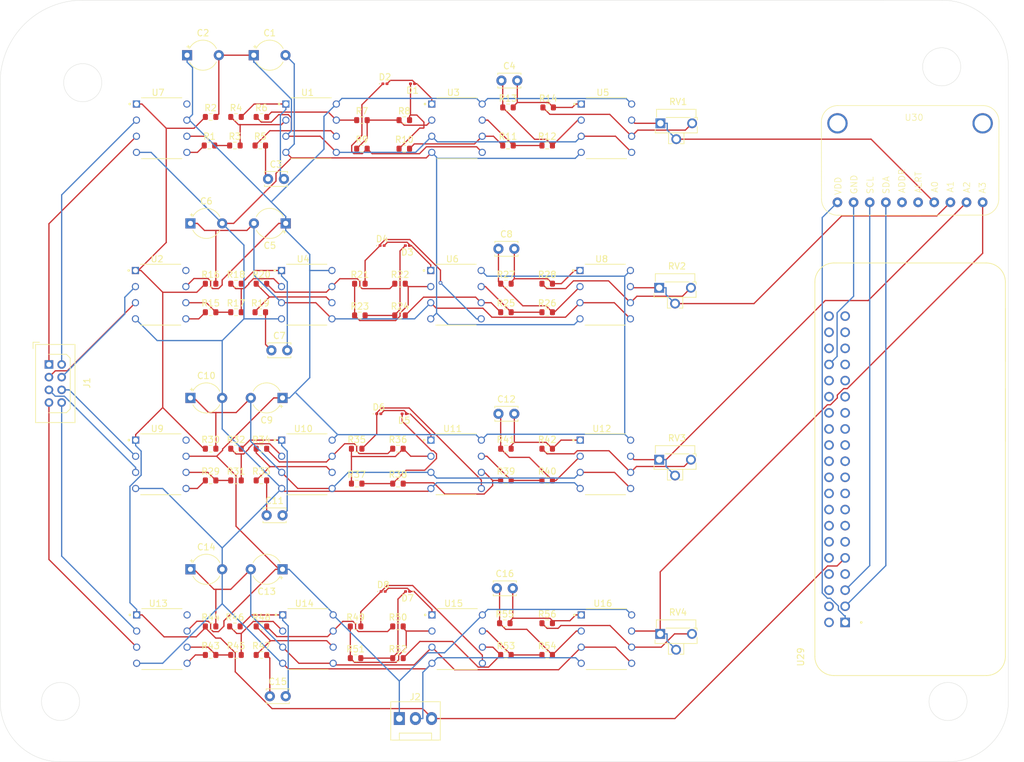
<source format=kicad_pcb>
(kicad_pcb (version 20240108) (generator "pcbnew") (generator_version "8.0")
  (layers (0 "F.Cu" signal) (31 "B.Cu" signal) (34 "B.Paste" user) (35 "F.Paste" user) (36 "B.SilkS" user "B.Silkscreen") (37 "F.SilkS" user "F.Silkscreen") (38 "B.Mask" user) (39 "F.Mask" user) (44 "Edge.Cuts" user))
  (net 0 "")
  (net 1 "Net-(U1-1IN_+)")
  (net 2 "Net-(U1-1OUT)")
  (net 3 "Net-(C3-Pad1)")
  (net 4 "Net-(U5-1OUT)")
  (net 5 "Net-(U5-1IN-)")
  (net 6 "Net-(U4-1IN_+)")
  (net 7 "Net-(C7-Pad1)")
  (net 8 "Net-(U4-1OUT)")
  (net 9 "Net-(U8-1IN-)")
  (net 10 "Net-(U8-1OUT)")
  (net 11 "Net-(U10-1IN_+)")
  (net 12 "Net-(C11-Pad1)")
  (net 13 "Net-(U10-1OUT)")
  (net 14 "Net-(U12-1OUT)")
  (net 15 "Net-(U12-1IN-)")
  (net 16 "Net-(U14-1IN_+)")
  (net 17 "Net-(C15-Pad1)")
  (net 18 "Net-(U14-1OUT)")
  (net 19 "Net-(U16-1IN-)")
  (net 20 "Net-(U16-1OUT)")
  (net 21 "Net-(D1-K)")
  (net 22 "Net-(D1-A)")
  (net 23 "Net-(D2-K)")
  (net 24 "Net-(D3-A)")
  (net 25 "Net-(D3-K)")
  (net 26 "Net-(D4-K)")
  (net 27 "Net-(D5-K)")
  (net 28 "Net-(D5-A)")
  (net 29 "Net-(D6-K)")
  (net 30 "Net-(D7-A)")
  (net 31 "Net-(D7-K)")
  (net 32 "Net-(D8-K)")
  (net 33 "Net-(U7-OUTPUT)")
  (net 34 "Net-(U7-SENSE)")
  (net 35 "Reference")
  (net 36 "Net-(U1-1IN-)")
  (net 37 "Net-(U1-2IN-)")
  (net 38 "Net-(U1-2OUT)")
  (net 39 "Net-(U3-1IN-)")
  (net 40 "Net-(U3-2IN-)")
  (net 41 "Net-(U3-2OUT)")
  (net 42 "Net-(U5-2IN-)")
  (net 43 "Net-(U2-SENSE)")
  (net 44 "Net-(U2-OUTPUT)")
  (net 45 "Net-(U4-1IN-)")
  (net 46 "Net-(U4-2IN-)")
  (net 47 "Net-(U4-2OUT)")
  (net 48 "Net-(U6-1IN-)")
  (net 49 "Net-(U6-2IN-)")
  (net 50 "Net-(U6-2OUT)")
  (net 51 "Net-(U8-2IN-)")
  (net 52 "Net-(U9-SENSE)")
  (net 53 "Net-(U9-OUTPUT)")
  (net 54 "Net-(U10-1IN-)")
  (net 55 "Net-(U10-2IN-)")
  (net 56 "Net-(U10-2OUT)")
  (net 57 "Net-(U11-1IN-)")
  (net 58 "Net-(U11-2IN-)")
  (net 59 "Net-(U11-2OUT)")
  (net 60 "Net-(U12-2IN-)")
  (net 61 "Net-(U13-SENSE)")
  (net 62 "Net-(U13-OUTPUT)")
  (net 63 "Net-(U14-1IN-)")
  (net 64 "Net-(U14-2IN-)")
  (net 65 "Net-(U14-2OUT)")
  (net 66 "Net-(U15-1IN-)")
  (net 67 "Net-(U15-2IN-)")
  (net 68 "Net-(U15-2OUT)")
  (net 69 "Net-(U16-2IN-)")
  (net 70 "Vout 0")
  (net 71 "Vout 1")
  (net 72 "Vout 2")
  (net 73 "Vout 3")
  (net 74 "Mid Muscle 1")
  (net 75 "End Muscle 1")
  (net 76 "End Muscle 0")
  (net 77 "Mid Muscle 0")
  (net 78 "End Muscle 2")
  (net 79 "Mid Muscle 2")
  (net 80 "Mid Muscle 3")
  (net 81 "End Muscle 3")
  (net 84 "Net-(U29-3V3_1)")
  (net 87 "Net-(U29-GND_7)")
  (net 92 "Net-(U29-GPIO3_SCL)")
  (net 99 "Net-(U29-GPIO2_SDA)")
  (net 123 "-VSW")
  (net 124 "Vin")
  (footprint "Resistor_SMD:R_0603_1608Metric" (layer "F.Cu") (at 97.385 89.17)
    (property "Reference" "R23")
    (property "Value" "10K")
  )
  (footprint "Capacitor_THT:CP_Radial_Tantal_D4.5mm_P5.00mm" (layer "F.Cu") (at 85.71 74.67 180)
    (property "Reference" "C5")
    (property "Value" "1u")
  )
  (footprint "INA106KP:DIP794W45P254L959H508Q8" (layer "F.Cu") (at 66.18 59.67)
    (property "Reference" "U7")
    (property "Value" "INA106KP")
  )
  (footprint "Resistor_SMD:R_0603_1608Metric" (layer "F.Cu") (at 103.385 143.17)
    (property "Reference" "R52")
    (property "Value" "10K")
  )
  (footprint "Diode_SMD:D_0201_0603Metric" (layer "F.Cu") (at 101.335 52.67)
    (property "Reference" "D2")
    (property "Value" "D")
  )
  (footprint "Capacitor_THT:CP_Radial_Tantal_D4.5mm_P5.00mm" (layer "F.Cu") (at 85.21 129.17 180)
    (property "Reference" "C13")
    (property "Value" "1u")
  )
  (footprint "Resistor_SMD:R_0603_1608Metric" (layer "F.Cu") (at 120.71 56.4)
    (property "Reference" "R13")
    (property "Value" "82K")
  )
  (footprint "Resistor_SMD:R_0603_1608Metric" (layer "F.Cu") (at 103.385 115.67)
    (property "Reference" "R38")
    (property "Value" "10K")
  )
  (footprint "Resistor_SMD:R_0603_1608Metric" (layer "F.Cu") (at 81.71 88.67)
    (property "Reference" "R19")
    (property "Value" "150K")
  )
  (footprint "TL072CP:DIP794W45P254L959H508Q8" (layer "F.Cu") (at 136.02 85.9)
    (property "Reference" "U8")
    (property "Value" "TL072CP")
  )
  (footprint "Resistor_SMD:R_0603_1608Metric" (layer "F.Cu") (at 77.71 62.4)
    (property "Reference" "R3")
    (property "Value" "10K")
  )
  (footprint "Resistor_SMD:R_0603_1608Metric" (layer "F.Cu") (at 73.885 84.17)
    (property "Reference" "R16")
    (property "Value" "1M")
  )
  (footprint "Capacitor_THT:CP_Radial_Tantal_D4.5mm_P5.00mm" (layer "F.Cu") (at 70.71 74.67)
    (property "Reference" "C6")
    (property "Value" "1u")
  )
  (footprint "Resistor_SMD:R_0603_1608Metric" (layer "F.Cu") (at 96.71 143.17)
    (property "Reference" "R51")
    (property "Value" "10K")
  )
  (footprint "Diode_SMD:D_0201_0603Metric" (layer "F.Cu") (at 104.9 132.67 180)
    (property "Reference" "D7")
    (property "Value" "D")
  )
  (footprint "Resistor_SMD:R_0603_1608Metric" (layer "F.Cu") (at 120.385 84.17)
    (property "Reference" "R27")
    (property "Value" "82K")
  )
  (footprint "INA106KP:DIP794W45P254L959H508Q8" (layer "F.Cu") (at 66.21 140.17)
    (property "Reference" "U13")
    (property "Value" "INA106KP")
  )
  (footprint "Resistor_SMD:R_0603_1608Metric" (layer "F.Cu") (at 77.885 142.67)
    (property "Reference" "R45")
    (property "Value" "10K")
  )
  (footprint "TL072CP:DIP794W45P254L959H508Q8" (layer "F.Cu") (at 112.71 140.17)
    (property "Reference" "U15")
    (property "Value" "TL072CP")
  )
  (footprint "Capacitor_THT:CP_Radial_Tantal_D4.5mm_P5.00mm" (layer "F.Cu") (at 70.71 102.17)
    (property "Reference" "C10")
    (property "Value" "1u")
  )
  (footprint "Resistor_SMD:R_0603_1608Metric" (layer "F.Cu") (at 126.885 62.4)
    (property "Reference" "R12")
    (property "Value" "82K")
  )
  (footprint "Resistor_SMD:R_0603_1608Metric" (layer "F.Cu") (at 126.885 88.67)
    (property "Reference" "R26")
    (property "Value" "82K")
  )
  (footprint "Resistor_SMD:R_0603_1608Metric" (layer "F.Cu") (at 73.71 62.4)
    (property "Reference" "R1")
    (property "Value" "1M")
  )
  (footprint "Diode_SMD:D_0201_0603Metric" (layer "F.Cu") (at 100.89 78.17)
    (property "Reference" "D4")
    (property "Value" "D")
  )
  (footprint "TL072CP:DIP794W45P254L959H508Q8" (layer "F.Cu") (at 89.71 59.67)
    (property "Reference" "U1")
    (property "Value" "TL072CP")
  )
  (footprint "Resistor_SMD:R_0603_1608Metric" (layer "F.Cu") (at 126.885 142.67)
    (property "Reference" "R54")
    (property "Value" "82K")
  )
  (footprint "Resistor_SMD:R_0603_1608Metric" (layer "F.Cu") (at 120.71 62.4)
    (property "Reference" "R11")
    (property "Value" "10K")
  )
  (footprint "TL072CP:DIP794W45P254L959H508Q8" (layer "F.Cu") (at 89.21 140.17)
    (property "Reference" "U14")
    (property "Value" "TL072CP")
  )
  (footprint "Capacitor_THT:CP_Radial_Tantal_D4.5mm_P5.00mm" (layer "F.Cu") (at 70.71 129.17)
    (property "Reference" "C14")
    (property "Value" "1u")
  )
  (footprint "Resistor_SMD:R_0603_1608Metric" (layer "F.Cu") (at 104.385 62.9)
    (property "Reference" "R10")
    (property "Value" "10K")
  )
  (footprint "Resistor_SMD:R_0603_1608Metric" (layer "F.Cu") (at 104.385 58.4)
    (property "Reference" "R8")
    (property "Value" "10K")
  )
  (footprint "Resistor_SMD:R_0603_1608Metric" (layer "F.Cu") (at 97.71 58.4)
    (property "Reference" "R7")
    (property "Value" "10K")
  )
  (footprint "Capacitor_THT:CP_Radial_Tantal_D4.5mm_P5.00mm" (layer "F.Cu") (at 70.18 48.17)
    (property "Reference" "C2")
    (property "Value" "1u")
  )
  (footprint "Resistor_SMD:R_0603_1608Metric" (layer "F.Cu") (at 96.885 110.17)
    (property "Reference" "R35")
    (property "Value" "10K")
  )
  (footprint "Resistor_SMD:R_0603_1608Metric" (layer "F.Cu") (at 127.035 56.4)
    (property "Reference" "R14")
    (property "Value" "1K")
  )
  (footprint "Resistor_SMD:R_0603_1608Metric" (layer "F.Cu") (at 120.385 110.17)
    (property "Reference" "R41")
    (property "Value" "82K")
  )
  (footprint "Resistor_SMD:R_0603_1608Metric" (layer "F.Cu") (at 120.385 142.67)
    (property "Reference" "R53")
    (property "Value" "10K")
  )
  (footprint "INA106KP:DIP794W45P254L959H508Q8" (layer "F.Cu") (at 66.02 85.9)
    (property "Reference" "U2")
    (property "Value" "INA106KP")
  )
  (footprint "Resistor_SMD:R_0603_1608Metric" (layer "F.Cu") (at 73.885 142.67)
    (property "Reference" "R43")
    (property "Value" "1M")
  )
  (footprint "Resistor_SMD:R_0603_1608Metric" (layer "F.Cu") (at 96.71 138.17)
    (property "Reference" "R49")
    (property "Value" "10K")
  )
  (footprint "Resistor_SMD:R_0603_1608Metric" (layer "F.Cu") (at 97.385 84.17)
    (property "Reference" "R21")
    (property "Value" "10K")
  )
  (footprint "TL072CP:DIP794W45P254L959H508Q8" (layer "F.Cu") (at 89.02 85.9)
    (property "Reference" "U4")
    (property "Value" "TL072CP")
  )
  (footprint "Resistor_SMD:R_0603_1608Metric" (layer "F.Cu") (at 103.385 110.17)
    (property "Reference" "R36")
    (property "Value" "10K")
  )
  (footprint "Resistor_SMD:R_0603_1608Metric" (layer "F.Cu") (at 81.885 84.17)
    (property "Reference" "R20")
    (property "Value" "150K")
  )
  (footprint "TL072CP:DIP794W45P254L959H508Q8" (layer "F.Cu") (at 89.05 112.63)
    (property "Reference" "U10")
    (property "Value" "TL072CP")
  )
  (footprint "Resistor_SMD:R_0603_1608Metric" (layer "F.Cu") (at 77.885 110.17)
    (property "Reference" "R32")
    (property "Value" "150K")
  )
  (footprint "Capacitor_THT:CP_Radial_Tantal_D4.5mm_P5.00mm" (layer "F.Cu") (at 85.21 102.17 180)
    (property "Reference" "C9")
    (property "Value" "1u")
  )
  (footprint "ADS1115:ADS1115_MODULE" (layer "F.Cu") (at 170.05 73.382)
    (property "Reference" "U30")
    (property "Value" "ADS1115")
  )
  (footprint "Resistor_SMD:R_0603_1608Metric" (layer "F.Cu") (at 120.385 115.17)
    (property "Reference" "R39")
    (property "Value" "10K")
  )
  (footprint "Resistor_SMD:R_0603_1608Metric" (layer "F.Cu") (at 77.885 115.17)
    (property "Reference" "R31")
    (property "Value" "10K")
  )
  (footprint "Diode_SMD:D_0201_0603Metric" (layer "F.Cu") (at 104.865 78.17 180)
    (property "Reference" "D3")
    (property "Value" "D")
  )
  (footprint "Potentiometer_THT:Potentiometer_Runtron_RM-063_Horizontal" (layer "F.Cu") (at 144.71 58.9)
    (property "Reference" "RV1")
    (property "Value" "R_Potentiometer_Trim")
  )
  (footprint "Capacitor_THT:C_Disc_D3.4mm_W2.1mm_P2.50mm" (layer "F.Cu") (at 118.96 132.17)
    (property "Reference" "C16")
    (property "Value" "1u")
  )
  (footprint "Capacitor_THT:C_Disc_D3.4mm_W2.1mm_P2.50mm" (layer "F.Cu") (at 82.93 67.67)
    (property "Reference" "C3")
    (property "Value" "0.01u")
  )
  (footprint "Capacitor_THT:C_Disc_D3.4mm_W2.1mm_P2.50mm" (layer "F.Cu") (at 83.46 94.67)
    (property "Reference" "C7")
    (property "Value" "0.01u")
  )
  (footprint "INA106KP:DIP794W45P254L959H508Q8" (layer "F.Cu") (at 66.05 112.63)
    (property "Reference" "U9")
    (property "Value" "INA106KP")
  )
  (footprint "TL072CP:DIP794W45P254L959H508Q8" (layer "F.Cu") (at 136.05 112.63)
    (property "Reference" "U12")
    (property "Value" "TL072CP")
  )
  (footprint "Potentiometer_THT:Potentiometer_Runtron_RM-063_Horizontal" (layer "F.Cu") (at 144.52 84.81)
    (property "Reference" "RV2")
    (property "Value" "R_Potentiometer_Trim")
  )
  (footprint "Diode_SMD:D_0201_0603Metric" (layer "F.Cu") (at 101.055 132.67)
    (property "Reference" "D8")
    (property "Value" "D")
  )
  (footprint "Connector_Harwin:Harwin_LTek-Male_2x04_P2.00mm_Vertical" (layer "F.Cu") (at 48.43 96.9 -90)
    (property "Reference" "J1")
    (property "Value" "Conn_02x04_Top_Bottom")
  )
  (footprint "Capacitor_THT:C_Disc_D3.4mm_W2.1mm_P2.50mm" (layer "F.Cu") (at 119.68 52.17)
    (property "Reference" "C4")
    (property "Value" "1u")
  )
  (footprint "Resistor_SMD:R_0603_1608Metric" (layer "F.Cu") (at 103.71 89.17)
    (property "Reference" "R24")
    (property "Value" "10K")
  )
  (footprint "Resistor_SMD:R_0603_1608Metric" (layer "F.Cu") (at 96.885 115.67)
    (property "Reference" "R37")
    (property "Value" "10K")
  )
  (footprint "Diode_SMD:D_0201_0603Metric" (layer "F.Cu") (at 104.365 104.67 180)
    (property "Reference" "D5")
    (property "Value" "D")
  )
  (footprint "Resistor_SMD:R_0603_1608Metric" (layer "F.Cu") (at 126.885 137.67)
    (property "Reference" "R56")
    (property "Value" "1K")
  )
  (footprint "Capacitor_THT:C_Disc_D3.4mm_W2.1mm_P2.50mm" (layer "F.Cu") (at 119.21 78.67)
    (property "Reference" "C8")
    (property "Value" "1u")
  )
  (footprint "Potentiometer_THT:Potentiometer_Runtron_RM-063_Horizontal" (layer "F.Cu") (at 144.68 139.35)
    (property "Reference" "RV4")
    (property "Value" "R_Potentiometer_Trim")
  )
  (footprint "Resistor_SMD:R_0603_1608Metric" (layer "F.Cu") (at 77.885 57.9)
    (property "Reference" "R4")
    (property "Value" "150K")
  )
  (footprint "Resistor_SMD:R_0603_1608Metric" (layer "F.Cu") (at 81.885 57.9)
    (property "Reference" "R6")
    (property "Value" "150K")
  )
  (footprint "Capacitor_THT:C_Disc_D3.4mm_W2.1mm_P2.50mm" (layer "F.Cu") (at 82.71 120.67)
    (property "Reference" "C11")
    (property "Value" "0.01u")
  )
  (footprint "TL072CP:DIP794W45P254L959H508Q8" (layer "F.Cu") (at 112.52 85.9)
    (property "Reference" "U6")
    (property "Value" "TL072CP")
  )
  (footprint "Resistor_SMD:R_0603_1608Metric" (layer "F.Cu") (at 73.885 115.17)
    (property "Reference" "R29")
    (property "Value" "1M")
  )
  (footprint "TL072CP:DIP794W45P254L959H508Q8" (layer "F.Cu") (at 112.55 112.63)
    (property "Reference" "U11")
    (property "Value" "TL072CP")
  )
  (footprint "Resistor_SMD:R_0603_1608Metric" (layer "F.Cu") (at 120.385 88.67)
    (property "Reference" "R25")
    (property "Value" "10K")
  )
  (footprint "Capacitor_THT:C_Disc_D3.4mm_W2.1mm_P2.50mm" (layer "F.Cu") (at 119.21 104.67)
    (property "Reference" "C12")
    (property "Value" "1u")
  )
  (footprint "Resistor_SMD:R_0603_1608Metric" (layer "F.Cu") (at 126.885 110.17)
    (property "Reference" "R42")
    (property "Value" "1K")
  )
  (footprint "TL072CP:DIP794W45P254L959H508Q8" (layer "F.Cu") (at 136.21 140.17)
    (property "Reference" "U16")
    (property "Value" "TL072CP")
  )
  (footprint "Connector:FanPinHeader_1x03_P2.54mm_Vertical" (layer "F.Cu") (at 103.6 152.69)
    (property "Reference" "J2")
    (property "Value" "Conn_01x03_Pin")
  )
  (footprint "TL072CP:DIP794W45P254L959H508Q8" (layer "F.Cu") (at 136.21 59.67)
    (property "Reference" "U5")
    (property "Value" "TL072CP")
  )
  (footprint "Resistor_SMD:R_0603_1608Metric" (layer "F.Cu") (at 120.21 137.67)
    (property "Reference" "R55")
    (property "Value" "82K")
  )
  (footprint "Resistor_SMD:R_0603_1608Metric" (layer "F.Cu") (at 103.385 138.17)
    (property "Reference" "R50")
    (property "Value" "10K")
  )
  (footprint "Resistor_SMD:R_0603_1608Metric" (layer "F.Cu") (at 97.71 62.9)
    (property "Reference" "R9")
    (property "Value" "10K")
  )
  (footprint "Resistor_SMD:R_0603_1608Metric" (layer "F.Cu") (at 81.885 110.17)
    (property "Reference" "R34")
    (property "Value" "150K")
  )
  (footprint "TL072CP:DIP794W45P254L959H508Q8" (layer "F.Cu") (at 112.68 59.67)
    (property "Reference" "U3")
    (property "Value" "TL072CP")
  )
  (footprint "Diode_SMD:D_0201_0603Metric" (layer "F.Cu") (at 105.68 52.67 180)
    (property "Reference" "D1")
    (property "Value" "D")
  )
  (footprint "Diode_SMD:D_0201_0603Metric" (layer "F.Cu") (at 100.365 104.67)
    (property "Reference" "D6")
    (property "Value" "D")
  )
  (footprint "Resistor_SMD:R_0603_1608Metric" (layer "F.Cu") (at 81.71 62.4)
    (property "Reference" "R5")
    (property "Value" "150K")
  )
  (footprint "Capacitor_THT:C_Disc_D3.4mm_W2.1mm_P2.50mm" (layer "F.Cu") (at 83.21 149.17)
    (property "Reference" "C15")
    (property "Value" "0.01u")
  )
  (footprint "Resistor_SMD:R_0603_1608Metric" (layer "F.Cu") (at 73.885 88.67)
    (property "Reference" "R15")
    (property "Value" "1M")
  )
  (footprint "Resistor_SMD:R_0603_1608Metric" (layer "F.Cu") (at 77.885 88.67)
    (property "Reference" "R17")
    (property "Value" "10K")
  )
  (footprint "ADA3708:MODULE_ADA3708" (layer "F.Cu") (at 184.03 113.41 90)
    (property "Reference" "U29")
    (property "Value" "Raspberry Pi Zero WH ADA3708")
  )
  (footprint "Resistor_SMD:R_0603_1608Metric" (layer "F.Cu") (at 73.885 110.17)
    (property "Reference" "R30")
    (property "Value" "1M")
  )
  (footprint "Resistor_SMD:R_0603_1608Metric" (layer "F.Cu") (at 77.71 138.17)
    (property "Reference" "R46")
    (property "Value" "150K")
  )
  (footprint "Resistor_SMD:R_0603_1608Metric" (layer "F.Cu") (at 73.885 138.17)
    (property "Reference" "R44")
    (property "Value" "1M")
  )
  (footprint "Resistor_SMD:R_0603_1608Metric" (layer "F.Cu") (at 103.71 84.17)
    (property "Reference" "R22")
    (property "Value" "10K")
  )
  (footprint "Capacitor_THT:CP_Radial_Tantal_D4.5mm_P5.00mm" (layer "F.Cu") (at 80.68 48.17)
    (property "Reference" "C1")
    (property "Value" "1u")
  )
  (footprint "Resistor_SMD:R_0603_1608Metric" (layer "F.Cu") (at 77.885 84.17)
    (property "Reference" "R18")
    (property "Value" "150K")
  )
  (footprint "Resistor_SMD:R_0603_1608Metric" (layer "F.Cu") (at 126.885 84.17)
    (property "Reference" "R28")
    (property "Value" "1K")
  )
  (footprint "Resistor_SMD:R_0603_1608Metric" (layer "F.Cu") (at 81.885 115.17)
    (property "Reference" "R33")
    (property "Value" "150K")
  )
  (footprint "Potentiometer_THT:Potentiometer_Runtron_RM-063_Horizontal" (layer "F.Cu") (at 144.52 111.9)
    (property "Reference" "RV3")
    (property "Value" "R_Potentiometer_Trim")
  )
  (footprint "Resistor_SMD:R_0603_1608Metric" (layer "F.Cu") (at 81.885 138.17)
    (property "Reference" "R48")
    (property "Value" "150K")
  )
  (footprint "Resistor_SMD:R_0603_1608Metric" (layer "F.Cu") (at 126.885 115.17)
    (property "Reference" "R40")
    (property "Value" "82K")
  )
  (footprint "Resistor_SMD:R_0603_1608Metric" (layer "F.Cu") (at 81.885 142.67)
    (property "Reference" "R47")
    (property "Value" "150K")
  )
  (footprint "Resistor_SMD:R_0603_1608Metric" (layer "F.Cu") (at 73.885 57.9)
    (property "Reference" "R2")
    (property "Value" "1M")
  )
  (gr_arc (start 50.25 159.5) (mid 43.532486 156.717514) (end 40.75 150) (stroke (width 0.05)) (layer "Edge.Cuts"))
  (gr_circle (center 190 150) (end 193 150) (stroke (width 0.05)) (fill none) (layer "Edge.Cuts"))
  (gr_line (start 53.75 39.497597) (end 189 39.497025) (stroke (width 0.05)) (layer "Edge.Cuts"))
  (gr_arc (start 199.5 150) (mid 196.717514 156.717514) (end 190 159.5) (stroke (width 0.05)) (layer "Edge.Cuts"))
  (gr_arc (start 189 39.497025) (mid 196.514593 42.662196) (end 199.499999 50.25) (stroke (width 0.05)) (layer "Edge.Cuts"))
  (gr_circle (center 189 50) (end 192 50) (stroke (width 0.05)) (fill none) (layer "Edge.Cuts"))
  (gr_arc (start 40.750001 52.75) (mid 44.467945 43.39473) (end 53.75 39.497597) (stroke (width 0.05)) (layer "Edge.Cuts"))
  (gr_circle (center 53.75 52.5) (end 56.75 52.5) (stroke (width 0.05)) (fill none) (layer "Edge.Cuts"))
  (gr_line (start 190 159.5) (end 50.25 159.5) (stroke (width 0.05)) (layer "Edge.Cuts"))
  (gr_circle (center 50.25 150) (end 53.25 150) (stroke (width 0.05)) (fill none) (layer "Edge.Cuts"))
  (gr_line (start 40.75 150) (end 40.750001 52.75) (stroke (width 0.05)) (layer "Edge.Cuts"))
  (gr_line (start 199.499999 50.25) (end 199.5 150) (stroke (width 0.05)) (layer "Edge.Cuts"))
  (segment (start 91.14 60.94) (end 93.68 63.48) (width 0.2) (layer "F.Cu") (net 1))
  (segment (start 75.18 48.17) (end 75.18 57.43) (width 0.2) (layer "F.Cu") (net 1))
  (segment (start 137.64 60.94) (end 132.24 60.94) (width 0.2) (layer "F.Cu") (net 1))
  (segment (start 85.74 60.94) (end 91.14 60.94) (width 0.2) (layer "F.Cu") (net 1))
  (segment (start 75.18 57.43) (end 74.71 57.9) (width 0.2) (layer "F.Cu") (net 1))
  (segment (start 80.68 48.17) (end 75.18 48.17) (width 0.2) (layer "F.Cu") (net 1))
  (segment (start 140.18 63.48) (end 137.64 60.94) (width 0.2) (layer "F.Cu") (net 1))
  (segment (start 108.71 60.94) (end 106.17 63.48) (width 0.2) (layer "B.Cu") (net 1))
  (segment (start 106.17 63.48) (end 93.68 63.48) (width 0.2) (layer "B.Cu") (net 1))
  (segment (start 80.68 49.2701) (end 80.7571 49.2701) (width 0.2) (layer "B.Cu") (net 1))
  (segment (start 131.3584 61.8216) (end 132.24 60.94) (width 0.2) (layer "B.Cu") (net 1))
  (segment (start 108.71 60.94) (end 109.5916 61.8216) (width 0.2) (layer "B.Cu") (net 1))
  (segment (start 86.6178 55.1308) (end 86.6178 60.0622) (width 0.2) (layer "B.Cu") (net 1))
  (segment (start 109.5916 61.8216) (end 131.3584 61.8216) (width 0.2) (layer "B.Cu") (net 1))
  (segment (start 80.68 48.17) (end 80.68 49.2701) (width 0.2) (layer "B.Cu") (net 1))
  (segment (start 80.7571 49.2701) (end 86.6178 55.1308) (width 0.2) (layer "B.Cu") (net 1))
  (segment (start 86.6178 60.0622) (end 85.74 60.94) (width 0.2) (layer "B.Cu") (net 1))
  (segment (start 85.74 55.86) (end 80.75 55.86) (width 0.2) (layer "F.Cu") (net 2))
  (segment (start 80.75 55.86) (end 78.71 57.9) (width 0.2) (layer "F.Cu") (net 2))
  (segment (start 84.8749 67.1149) (end 84.8749 57.5902) (width 0.2) (layer "B.Cu") (net 2))
  (segment (start 84.8749 57.5902) (end 85.74 56.7251) (width 0.2) (layer "B.Cu") (net 2))
  (segment (start 85.43 67.67) (end 84.8749 67.1149) (width 0.2) (layer "B.Cu") (net 2))
  (segment (start 85.74 55.86) (end 85.74 56.7251) (width 0.2) (layer "B.Cu") (net 2))
  (segment (start 82.535 67.275) (end 82.535 62.4) (width 0.2) (layer "F.Cu") (net 3))
  (segment (start 82.93 67.67) (end 82.535 67.275) (width 0.2) (layer "F.Cu") (net 3))
  (segment (start 122.18 55.624) (end 121.535 56.269) (width 0.2) (layer "F.Cu") (net 4))
  (segment (start 131.3749 55.86) (end 130.8349 56.4) (width 0.2) (layer "F.Cu") (net 4))
  (segment (start 132.24 55.86) (end 131.3749 55.86) (width 0.2) (layer "F.Cu") (net 4))
  (segment (start 122.18 55.624) (end 127.084 55.624) (width 0.2) (layer "F.Cu") (net 4))
  (segment (start 130.8349 56.4) (end 127.86 56.4) (width 0.2) (layer "F.Cu") (net 4))
  (segment (start 121.535 56.269) (end 121.535 56.4) (width 0.2) (layer "F.Cu") (net 4))
  (segment (start 127.084 55.624) (end 127.86 56.4) (width 0.2) (layer "F.Cu") (net 4))
  (segment (start 122.18 52.17) (end 122.18 55.624) (width 0.2) (layer "F.Cu") (net 4))
  (segment (start 119.68 52.17) (end 119.885 52.375) (width 0.2) (layer "F.Cu") (net 5))
  (segment (start 132.24 58.4) (end 131.71 58.4) (width 0.2) (layer "F.Cu") (net 5))
  (segment (start 124.9092 61.4242) (end 126.7342 61.4242) (width 0.2) (layer "F.Cu") (net 5))
  (segment (start 119.885 56.4) (end 124.9092 61.4242) (width 0.2) (layer "F.Cu") (net 5))
  (segment (start 126.7342 61.4242) (end 127.71 62.4) (width 0.2) (layer "F.Cu") (net 5))
  (segment (start 131.71 58.4) (end 127.71 62.4) (width 0.2) (layer "F.Cu") (net 5))
  (segment (start 119.885 52.375) (end 119.885 56.4) (width 0.2) (layer "F.Cu") (net 5))
  (segment (start 137.45 87.17) (end 132.05 87.17) (width 0.2) (layer "F.Cu") (net 6))
  (segment (start 129.7639 89.4561) (end 132.05 87.17) (width 0.2) (layer "F.Cu") (net 6))
  (segment (start 71.8101 74.67) (end 72.9178 75.7777) (width 0.2) (layer "F.Cu") (net 6))
  (segment (start 74.71 75.7777) (end 74.71 84.17) (width 0.2) (layer "F.Cu") (net 6))
  (segment (start 116.7608 88.0352) (end 118.1817 89.4561) (width 0.2) (layer "F.Cu") (net 6))
  (segment (start 109.4152 88.0352) (end 116.7608 88.0352) (width 0.2) (layer "F.Cu") (net 6))
  (segment (start 85.05 87.17) (end 90.45 87.17) (width 0.2) (layer "F.Cu") (net 6))
  (segment (start 72.9178 75.7777) (end 74.71 75.7777) (width 0.2) (layer "F.Cu") (net 6))
  (segment (start 70.71 74.67) (end 71.8101 74.67) (width 0.2) (layer "F.Cu") (net 6))
  (segment (start 108.55 87.17) (end 109.4152 88.0352) (width 0.2) (layer "F.Cu") (net 6))
  (segment (start 74.71 75.7777) (end 79.6023 75.7777) (width 0.2) (layer "F.Cu") (net 6))
  (segment (start 118.1817 89.4561) (end 129.7639 89.4561) (width 0.2) (layer "F.Cu") (net 6))
  (segment (start 79.6023 75.7777) (end 80.71 74.67) (width 0.2) (layer "F.Cu") (net 6))
  (segment (start 90.45 87.17) (end 92.99 89.71) (width 0.2) (layer "F.Cu") (net 6))
  (segment (start 139.99 89.71) (end 137.45 87.17) (width 0.2) (layer "F.Cu") (net 6))
  (segment (start 108.55 87.17) (end 106.01 89.71) (width 0.2) (layer "B.Cu") (net 6))
  (segment (start 80.71 82.83) (end 85.05 87.17) (width 0.2) (layer "B.Cu") (net 6))
  (segment (start 106.01 89.71) (end 92.99 89.71) (width 0.2) (layer "B.Cu") (net 6))
  (segment (start 80.71 74.67) (end 80.71 82.83) (width 0.2) (layer "B.Cu") (net 6))
  (segment (start 82.535 93.745) (end 82.535 88.67) (width 0.2) (layer "F.Cu") (net 7))
  (segment (start 83.46 94.67) (end 82.535 93.745) (width 0.2) (layer "F.Cu") (net 7))
  (segment (start 85.05 82.09) (end 80.79 82.09) (width 0.2) (layer "F.Cu") (net 8))
  (segment (start 80.79 82.09) (end 78.71 84.17) (width 0.2) (layer "F.Cu") (net 8))
  (segment (start 85.96 94.67) (end 85.96 83.8651) (width 0.2) (layer "B.Cu") (net 8))
  (segment (start 85.05 82.09) (end 85.05 82.9551) (width 0.2) (layer "B.Cu") (net 8))
  (segment (start 85.96 83.8651) (end 85.05 82.9551) (width 0.2) (layer "B.Cu") (net 8))
  (segment (start 119.56 84.17) (end 123.0442 87.6542) (width 0.2) (layer "F.Cu") (net 9))
  (segment (start 119.21 83.82) (end 119.56 84.17) (width 0.2) (layer "F.Cu") (net 9))
  (segment (start 119.21 78.67) (end 119.21 83.82) (width 0.2) (layer "F.Cu") (net 9))
  (segment (start 126.6942 87.6542) (end 127.71 88.67) (width 0.2) (layer "F.Cu") (net 9))
  (segment (start 123.0442 87.6542) (end 126.6942 87.6542) (width 0.2) (layer "F.Cu") (net 9))
  (segment (start 132.05 84.63) (end 128.01 88.67) (width 0.2) (layer "F.Cu") (net 9))
  (segment (start 128.01 88.67) (end 127.71 88.67) (width 0.2) (layer "F.Cu") (net 9))
  (segment (start 121.21 83.894) (end 121.21 84.17) (width 0.2) (layer "F.Cu") (net 10))
  (segment (start 126.934 83.394) (end 121.71 83.394) (width 0.2) (layer "F.Cu") (net 10))
  (segment (start 127.71 84.17) (end 126.934 83.394) (width 0.2) (layer "F.Cu") (net 10))
  (segment (start 121.71 83.394) (end 121.21 83.894) (width 0.2) (layer "F.Cu") (net 10))
  (segment (start 121.71 78.67) (end 121.71 83.394) (width 0.2) (layer "F.Cu") (net 10))
  (segment (start 131.1849 82.09) (end 129.1049 84.17) (width 0.2) (layer "F.Cu") (net 10))
  (segment (start 129.1049 84.17) (end 127.71 84.17) (width 0.2) (layer "F.Cu") (net 10))
  (segment (start 132.05 82.09) (end 131.1849 82.09) (width 0.2) (layer "F.Cu") (net 10))
  (segment (start 140.02 116.44) (end 137.48 113.9) (width 0.2) (layer "F.Cu") (net 11))
  (segment (start 74.71 104.4758) (end 73.5659 104.4758) (width 0.2) (layer "F.Cu") (net 11))
  (segment (start 137.48 113.9) (end 132.08 113.9) (width 0.2) (layer "F.Cu") (net 11))
  (segment (start 87.62 116.44) (end 93.02 116.44) (width 0.2) (layer "F.Cu") (net 11))
  (segment (start 77.9042 104.4758) (end 74.71 104.4758) (width 0.2) (layer "F.Cu") (net 11))
  (segment (start 80.21 102.17) (end 77.9042 104.4758) (width 0.2) (layer "F.Cu") (net 11))
  (segment (start 74.71 104.4758) (end 74.71 110.17) (width 0.2) (layer "F.Cu") (net 11))
  (segment (start 73.5659 104.4758) (end 71.2601 102.17) (width 0.2) (layer "F.Cu") (net 11))
  (segment (start 85.08 113.9) (end 87.62 116.44) (width 0.2) (layer "F.Cu") (net 11))
  (segment (start 70.71 102.17) (end 71.2601 102.17) (width 0.2) (layer "F.Cu") (net 11))
  (segment (start 80.21 102.17) (end 80.21 109.03) (width 0.2) (layer "B.Cu") (net 11))
  (segment (start 93.02 116.44) (end 95.56 113.9) (width 0.2) (layer "B.Cu") (net 11))
  (segment (start 80.21 109.03) (end 85.08 113.9) (width 0.2) (layer "B.Cu") (net 11))
  (segment (start 95.56 113.9) (end 108.58 113.9) (width 0.2) (layer "B.Cu") (net 11))
  (segment (start 108.58 113.9) (end 109.4734 114.7934) (width 0.2) (layer "B.Cu") (net 11))
  (segment (start 109.4734 114.7934) (end 131.1866 114.7934) (width 0.2) (layer "B.Cu") (net 11))
  (segment (start 131.1866 114.7934) (end 132.08 113.9) (width 0.2) (layer "B.Cu") (net 11))
  (segment (start 82.71 120.67) (end 82.71 115.17) (width 0.2) (layer "F.Cu") (net 12))
  (segment (start 85.08 108.82) (end 80.06 108.82) (width 0.2) (layer "F.Cu") (net 13))
  (segment (start 80.06 108.82) (end 78.71 110.17) (width 0.2) (layer "F.Cu") (net 13))
  (segment (start 85.21 120.67) (end 85.9451 119.9349) (width 0.2) (layer "B.Cu") (net 13))
  (segment (start 85.08 108.82) (end 85.08 109.6851) (width 0.2) (layer "B.Cu") (net 13))
  (segment (start 85.9451 110.5502) (end 85.08 109.6851) (width 0.2) (layer "B.Cu") (net 13))
  (segment (start 85.9451 119.9349) (end 85.9451 110.5502) (width 0.2) (layer "B.Cu") (net 13))
  (segment (start 121.71 109.1639) (end 121.21 109.6639) (width 0.2) (layer "F.Cu") (net 14))
  (segment (start 121.71 109.1639) (end 126.7039 109.1639) (width 0.2) (layer "F.Cu") (net 14))
  (segment (start 132.08 108.82) (end 129.06 108.82) (width 0.2) (layer "F.Cu") (net 14))
  (segment (start 129.06 108.82) (end 127.71 110.17) (width 0.2) (layer "F.Cu") (net 14))
  (segment (start 121.71 104.67) (end 121.71 109.1639) (width 0.2) (layer "F.Cu") (net 14))
  (segment (start 126.7039 109.1639) (end 127.71 110.17) (width 0.2) (layer "F.Cu") (net 14))
  (segment (start 121.21 109.6639) (end 121.21 110.17) (width 0.2) (layer "F.Cu") (net 14))
  (segment (start 119.56 105.02) (end 119.56 110.17) (width 0.2) (layer "F.Cu") (net 15))
  (segment (start 120.919 111.529) (end 119.56 110.17) (width 0.2) (layer "F.Cu") (net 15))
  (segment (start 128.27 115.17) (end 132.08 111.36) (width 0.2) (layer "F.Cu") (net 15))
  (segment (start 127.71 115.17) (end 124.069 111.529) (width 0.2) (layer "F.Cu") (net 15))
  (segment (start 119.21 104.67) (end 119.56 105.02) (width 0.2) (layer "F.Cu") (net 15))
  (segment (start 127.71 115.17) (end 128.27 115.17) (width 0.2) (layer "F.Cu") (net 15))
  (segment (start 124.069 111.529) (end 120.919 111.529) (width 0.2) (layer "F.Cu") (net 15))
  (segment (start 74.4157 132.3256) (end 74.71 132.3256) (width 0.2) (layer "F.Cu") (net 16))
  (segment (start 74.71 132.3256) (end 74.71 138.17) (width 0.2) (layer "F.Cu") (net 16))
  (segment (start 112.2968 144.9968) (end 108.74 141.44) (width 0.2) (layer "F.Cu") (net 16))
  (segment (start 87.78 143.98) (end 93.18 143.98) (width 0.2) (layer "F.Cu") (net 16))
  (segment (start 85.24 141.44) (end 87.78 143.98) (width 0.2) (layer "F.Cu") (net 16))
  (segment (start 132.24 141.44) (end 128.6832 144.9968) (width 0.2) (layer "F.Cu") (net 16))
  (segment (start 93.18 143.98) (end 93.4386 144.2386) (width 0.2) (layer "F.Cu") (net 16))
  (segment (start 93.4386 144.2386) (end 105.9414 144.2386) (width 0.2) (layer "F.Cu") (net 16))
  (segment (start 74.71 132.3256) (end 77.0544 132.3256) (width 0.2) (layer "F.Cu") (net 16))
  (segment (start 77.0544 132.3256) (end 80.21 129.17) (width 0.2) (layer "F.Cu") (net 16))
  (segment (start 71.2601 129.17) (end 74.4157 132.3256) (width 0.2) (layer "F.Cu") (net 16))
  (segment (start 128.6832 144.9968) (end 112.2968 144.9968) (width 0.2) (layer "F.Cu") (net 16))
  (segment (start 140.18 143.98) (end 137.64 141.44) (width 0.2) (layer "F.Cu") (net 16))
  (segment (start 70.71 129.17) (end 71.2601 129.17) (width 0.2) (layer "F.Cu") (net 16))
  (segment (start 137.64 141.44) (end 132.24 141.44) (width 0.2) (layer "F.Cu") (net 16))
  (segment (start 105.9414 144.2386) (end 108.74 141.44) (width 0.2) (layer "F.Cu") (net 16))
  (segment (start 80.21 129.17) (end 80.21 136.41) (width 0.2) (layer "B.Cu") (net 16))
  (segment (start 80.21 136.41) (end 85.24 141.44) (width 0.2) (layer "B.Cu") (net 16))
  (segment (start 83.21 143.17) (end 82.71 142.67) (width 0.2) (layer "F.Cu") (net 17))
  (segment (start 83.21 149.17) (end 83.21 143.17) (width 0.2) (layer "F.Cu") (net 17))
  (segment (start 85.24 136.36) (end 80.345 136.36) (width 0.2) (layer "F.Cu") (net 18))
  (segment (start 80.345 136.36) (end 78.535 138.17) (width 0.2) (layer "F.Cu") (net 18))
  (segment (start 86.1051 148.7749) (end 86.1051 138.0902) (width 0.2) (layer "B.Cu") (net 18))
  (segment (start 86.1051 138.0902) (end 85.24 137.2251) (width 0.2) (layer "B.Cu") (net 18))
  (segment (start 85.24 136.36) (end 85.24 137.2251) (width 0.2) (layer "B.Cu") (net 18))
  (segment (start 85.71 149.17) (end 86.1051 148.7749) (width 0.2) (layer "B.Cu") (net 18))
  (segment (start 120.3443 138.6293) (end 123.6693 138.6293) (width 0.2) (layer "F.Cu") (net 19))
  (segment (start 131.48 138.9) (end 132.24 138.9) (width 0.2) (layer "F.Cu") (net 19))
  (segment (start 123.6693 138.6293) (end 127.71 142.67) (width 0.2) (layer "F.Cu") (net 19))
  (segment (start 119.385 137.67) (end 119.385 132.595) (width 0.2) (layer "F.Cu") (net 19))
  (segment (start 119.385 137.67) (end 120.3443 138.6293) (width 0.2) (layer "F.Cu") (net 19))
  (segment (start 119.385 132.595) (end 118.96 132.17) (width 0.2) (layer "F.Cu") (net 19))
  (segment (start 127.71 142.67) (end 131.48 138.9) (width 0.2) (layer "F.Cu") (net 19))
  (segment (start 130.4586 137.2763) (end 131.3749 136.36) (width 0.2) (layer "F.Cu") (net 20))
  (segment (start 121.035 137.3076) (end 121.46 136.8826) (width 0.2) (layer "F.Cu") (net 20))
  (segment (start 132.24 136.36) (end 131.3749 136.36) (width 0.2) (layer "F.Cu") (net 20))
  (segment (start 127.71 137.2763) (end 130.4586 137.2763) (width 0.2) (layer "F.Cu") (net 20))
  (segment (start 121.46 132.17) (end 121.46 136.8826) (width 0.2) (layer "F.Cu") (net 20))
  (segment (start 127.3163 136.8826) (end 127.71 137.2763) (width 0.2) (layer "F.Cu") (net 20))
  (segment (start 127.71 137.2763) (end 127.71 137.67) (width 0.2) (layer "F.Cu") (net 20))
  (segment (start 121.035 137.67) (end 121.035 137.3076) (width 0.2) (layer "F.Cu") (net 20))
  (segment (start 121.46 136.8826) (end 127.3163 136.8826) (width 0.2) (layer "F.Cu") (net 20))
  (segment (start 105.6601 52.1375) (end 102.1875 52.1375) (width 0.2) (layer "F.Cu") (net 21))
  (segment (start 106 52.4774) (end 105.6601 52.1375) (width 0.2) (layer "F.Cu") (net 21))
  (segment (start 106 52.67) (end 106.3851 52.67) (width 0.2) (layer "F.Cu") (net 21))
  (segment (start 106.3851 52.67) (end 108.71 54.9949) (width 0.2) (layer "F.Cu") (net 21))
  (segment (start 106 52.67) (end 106 52.4774) (width 0.2) (layer "F.Cu") (net 21))
  (segment (start 108.71 55.86) (end 108.71 54.9949) (width 0.2) (layer "F.Cu") (net 21))
  (segment (start 102.1875 52.1375) (end 101.655 52.67) (width 0.2) (layer "F.Cu") (net 21))
  (segment (start 105.21 57.7475) (end 105.36 57.5975) (width 0.2) (layer "F.Cu") (net 22))
  (segment (start 105.36 57.5975) (end 106.3529 57.5975) (width 0.2) (layer "F.Cu") (net 22))
  (segment (start 105.21 58.4) (end 105.21 57.7475) (width 0.2) (layer "F.Cu") (net 22))
  (segment (start 107.4752 58.7198) (end 107.4752 59.5929) (width 0.2) (layer "F.Cu") (net 22))
  (segment (start 106.3529 57.5975) (end 107.4752 58.7198) (width 0.2) (layer "F.Cu") (net 22))
  (segment (start 107.4168 59.6513) (end 106.8087 59.6513) (width 0.2) (layer "F.Cu") (net 22))
  (segment (start 107.4752 59.5929) (end 107.4168 59.6513) (width 0.2) (layer "F.Cu") (net 22))
  (segment (start 106.8087 59.6513) (end 103.56 62.9) (width 0.2) (layer "F.Cu") (net 22))
  (segment (start 105.36 52.67) (end 105.36 57.5975) (width 0.2) (layer "F.Cu") (net 22))
  (segment (start 115.7742 62.6042) (end 107.8616 62.6042) (width 0.2) (layer "F.Cu") (net 23))
  (segment (start 99.3236 63.6886) (end 98.535 62.9) (width 0.2) (layer "F.Cu") (net 23))
  (segment (start 97.71 60.7982) (end 96.101 62.4072) (width 0.2) (layer "F.Cu") (net 23))
  (segment (start 97.759 63.676) (end 98.535 62.9) (width 0.2) (layer "F.Cu") (net 23))
  (segment (start 97.71 55.975) (end 97.71 60.7982) (width 0.2) (layer "F.Cu") (net 23))
  (segment (start 107.8616 62.6042) (end 106.7772 63.6886) (width 0.2) (layer "F.Cu") (net 23))
  (segment (start 106.7772 63.6886) (end 99.3236 63.6886) (width 0.2) (layer "F.Cu") (net 23))
  (segment (start 96.447 63.676) (end 97.759 63.676) (width 0.2) (layer "F.Cu") (net 23))
  (segment (start 116.65 63.48) (end 115.7742 62.6042) (width 0.2) (layer "F.Cu") (net 23))
  (segment (start 101.015 52.67) (end 97.71 55.975) (width 0.2) (layer "F.Cu") (net 23))
  (segment (start 96.101 63.33) (end 96.447 63.676) (width 0.2) (layer "F.Cu") (net 23))
  (segment (start 96.101 62.4072) (end 96.101 63.33) (width 0.2) (layer "F.Cu") (net 23))
  (segment (start 102.885 89.0708) (end 102.885 89.17) (width 0.2) (layer "F.Cu") (net 24))
  (segment (start 102.885 89.17) (end 98.21 89.17) (width 0.2) (layer "F.Cu") (net 24))
  (segment (start 103.71 79.005) (end 103.71 88.2458) (width 0.2) (layer "F.Cu") (net 24))
  (segment (start 103.71 88.2458) (end 102.885 89.0708) (width 0.2) (layer "F.Cu") (net 24))
  (segment (start 104.545 78.17) (end 103.71 79.005) (width 0.2) (layer "F.Cu") (net 24))
  (segment (start 101.7391 77.6409) (end 101.21 78.17) (width 0.2) (layer "F.Cu") (net 25))
  (segment (start 108.55 82.09) (end 108.55 81.2249) (width 0.2) (layer "F.Cu") (net 25))
  (segment (start 105.185 78.17) (end 105.185 78.0044) (width 0.2) (layer "F.Cu") (net 25))
  (segment (start 105.4951 78.17) (end 108.55 81.2249) (width 0.2) (layer "F.Cu") (net 25))
  (segment (start 104.8215 77.6409) (end 101.7391 77.6409) (width 0.2) (layer "F.Cu") (net 25))
  (segment (start 105.185 78.0044) (end 104.8215 77.6409) (width 0.2) (layer "F.Cu") (net 25))
  (segment (start 105.185 78.17) (end 105.4951 78.17) (width 0.2) (layer "F.Cu") (net 25))
  (segment (start 100.57 78.0137) (end 101.3709 77.2128) (width 0.2) (layer "F.Cu") (net 26))
  (segment (start 110.0791 82.0431) (end 110.0791 84.034) (width 0.2) (layer "F.Cu") (net 26))
  (segment (start 101.3709 77.2128) (end 105.2488 77.2128) (width 0.2) (layer "F.Cu") (net 26))
  (segment (start 98.21 84.17) (end 98.21 80.53) (width 0.2) (layer "F.Cu") (net 26))
  (segment (start 105.2488 77.2128) (end 110.0791 82.0431) (width 0.2) (layer "F.Cu") (net 26))
  (segment (start 98.21 80.53) (end 100.57 78.17) (width 0.2) (layer "F.Cu") (net 26))
  (segment (start 100.57 78.17) (end 100.57 78.0137) (width 0.2) (layer "F.Cu") (net 26))
  (via (at 110.0791 84.034) (size 0.6) (drill 0.3) (layers "F.Cu" "B.Cu") (net 26))
  (segment (start 115.7551 89.71) (end 116.49 89.71) (width 0.2) (layer "B.Cu") (net 26))
  (segment (start 110.0791 84.034) (end 115.7551 89.71) (width 0.2) (layer "B.Cu") (net 26))
  (segment (start 104.685 104.67) (end 104.685 104.4946) (width 0.2) (layer "F.Cu") (net 27))
  (segment (start 101.1942 104.1608) (end 100.685 104.67) (width 0.2) (layer "F.Cu") (net 27))
  (segment (start 104.3512 104.1608) (end 101.1942 104.1608) (width 0.2) (layer "F.Cu") (net 27))
  (segment (start 104.685 104.4946) (end 104.3512 104.1608) (width 0.2) (layer "F.Cu") (net 27))
  (segment (start 105.2951 104.67) (end 108.58 107.9549) (width 0.2) (layer "F.Cu") (net 27))
  (segment (start 108.58 108.82) (end 108.58 107.9549) (width 0.2) (layer "F.Cu") (net 27))
  (segment (start 104.685 104.67) (end 105.2951 104.67) (width 0.2) (layer "F.Cu") (net 27))
  (segment (start 104.6698 113.5602) (end 102.56 115.67) (width 0.2) (layer "F.Cu") (net 28))
  (segment (start 104.045 105.8394) (end 108.6981 110.4925) (width 0.2) (layer "F.Cu") (net 28))
  (segment (start 107.6074 113.5602) (end 104.6698 113.5602) (width 0.2) (layer "F.Cu") (net 28))
  (segment (start 108.9583 110.4925) (end 109.4533 110.9875) (width 0.2) (layer "F.Cu") (net 28))
  (segment (start 104.045 104.67) (end 104.045 105.8394) (width 0.2) (layer "F.Cu") (net 28))
  (segment (start 108.6981 110.4925) (end 108.9583 110.4925) (width 0.2) (layer "F.Cu") (net 28))
  (segment (start 109.4533 111.7143) (end 107.6074 113.5602) (width 0.2) (layer "F.Cu") (net 28))
  (segment (start 97.71 115.67) (end 102.56 115.67) (width 0.2) (layer "F.Cu") (net 28))
  (segment (start 109.4533 110.9875) (end 109.4533 111.7143) (width 0.2) (layer "F.Cu") (net 28))
  (segment (start 100.8018 103.7569) (end 105.1534 103.7569) (width 0.2) (layer "F.Cu") (net 29))
  (segment (start 100.045 104.5137) (end 100.8018 103.7569) (width 0.2) (layer "F.Cu") (net 29))
  (segment (start 116.52 115.1235) (end 116.52 116.44) (width 0.2) (layer "F.Cu") (net 29))
  (segment (start 100.045 107.835) (end 100.045 104.67) (width 0.2) (layer "F.Cu") (net 29))
  (segment (start 100.045 104.67) (end 100.045 104.5137) (width 0.2) (layer "F.Cu") (net 29))
  (segment (start 105.1534 103.7569) (end 116.52 115.1235) (width 0.2) (layer "F.Cu") (net 29))
  (segment (start 97.71 110.17) (end 100.045 107.835) (width 0.2) (layer "F.Cu") (net 29))
  (segment (start 103.385 142.2458) (end 102.56 143.0708) (width 0.2) (layer "F.Cu") (net 30))
  (segment (start 104.58 132.67) (end 103.385 133.865) (width 0.2) (layer "F.Cu") (net 30))
  (segment (start 102.56 143.0708) (end 102.56 143.17) (width 0.2) (layer "F.Cu") (net 30))
  (segment (start 103.385 133.865) (end 103.385 142.2458) (width 0.2) (layer "F.Cu") (net 30))
  (segment (start 97.535 143.17) (end 102.56 143.17) (width 0.2) (layer "F.Cu") (net 30))
  (segment (start 108.74 136.36) (end 108.74 135.4949) (width 0.2) (layer "F.Cu") (net 31))
  (segment (start 101.889 132.156) (end 101.375 132.67) (width 0.2) (layer "F.Cu") (net 31))
  (segment (start 105.22 132.67) (end 105.9151 132.67) (width 0.2) (layer "F.Cu") (net 31))
  (segment (start 105.22 132.5119) (end 104.8641 132.156) (width 0.2) (layer "F.Cu") (net 31))
  (segment (start 105.9151 132.67) (end 108.74 135.4949) (width 0.2) (layer "F.Cu") (net 31))
  (segment (start 105.22 132.67) (end 105.22 132.5119) (width 0.2) (layer "F.Cu") (net 31))
  (segment (start 104.8641 132.156) (end 101.889 132.156) (width 0.2) (layer "F.Cu") (net 31))
  (segment (start 101.6749 131.7301) (end 105.6969 131.7301) (width 0.2) (layer "F.Cu") (net 32))
  (segment (start 105.6969 131.7301) (end 116.68 142.7132) (width 0.2) (layer "F.Cu") (net 32))
  (segment (start 100.735 132.67) (end 101.6749 131.7301) (width 0.2) (layer "F.Cu") (net 32))
  (segment (start 97.535 138.17) (end 97.535 135.87) (width 0.2) (layer "F.Cu") (net 32))
  (segment (start 97.535 135.87) (end 100.735 132.67) (width 0.2) (layer "F.Cu") (net 32))
  (segment (start 116.68 142.7132) (end 116.68 143.98) (width 0.2) (layer "F.Cu") (net 32))
  (segment (start 70.15 60.94) (end 73.075 60.94) (width 0.2) (layer "F.Cu") (net 33))
  (segment (start 73.075 60.94) (end 74.535 62.4) (width 0.2) (layer "F.Cu") (net 33))
  (segment (start 74.535 62.4) (end 76.885 62.4) (width 0.2) (layer "F.Cu") (net 33))
  (segment (start 70.15 63.48) (end 71.805 63.48) (width 0.2) (layer "F.Cu") (net 34))
  (segment (start 71.805 63.48) (end 72.885 62.4) (width 0.2) (layer "F.Cu") (net 34))
  (segment (start 64.0189 106.016) (end 66.3467 103.6882) (width 0.2) (layer "F.Cu") (net 35))
  (segment (start 62.4826 82.09) (end 66.898 77.6746) (width 0.2) (layer "F.Cu") (net 35))
  (segment (start 72.8285 110.17) (end 73.06 110.17) (width 0.2) (layer "F.Cu") (net 35))
  (segment (start 172.53 128.65) (end 171.0255 128.65) (width 0.2) (layer "F.Cu") (net 35))
  (segment (start 62.05 82.09) (end 62.4826 82.09) (width 0.2) (layer "F.Cu") (net 35))
  (segment (start 73.06 138.3822) (end 71.6284 139.8138) (width 0.2) (layer "F.Cu") (net 35))
  (segment (start 83.5638 151.121) (end 107.2567 151.121) (width 0.2) (layer "F.Cu") (net 35))
  (segment (start 62.4826 82.09) (end 62.9151 82.09) (width 0.2) (layer "F.Cu") (net 35))
  (segment (start 66.3467 103.6882) (end 66.3467 85.5216) (width 0.2) (layer "F.Cu") (net 35))
  (segment (start 171.0255 128.65) (end 146.9855 152.69) (width 0.2) (layer "F.Cu") (net 35))
  (segment (start 173.8 127.38) (end 172.53 128.65) (width 0.2) (layer "F.Cu") (net 35))
  (segment (start 146.9855 152.69) (end 108.9713 152.69) (width 0.2) (layer "F.Cu") (net 35))
  (segment (start 108.68 152.69) (end 108.8257 152.69) (width 0.2) (layer "F.Cu") (net 35))
  (segment (start 66.3467 103.6882) (end 72.8285 110.17) (width 0.2) (layer "F.Cu") (net 35))
  (segment (start 66.898 77.6746) (end 66.898 59.6829) (width 0.2) (layer "F.Cu") (net 35))
  (segment (start 62.08 108.82) (end 62.08 107.9549) (width 0.2) (layer "F.Cu") (net 35))
  (segment (start 66.3467 85.5216) (end 71.7084 85.5216) (width 0.2) (layer "F.Cu") (net 35))
  (segment (start 73.06 138.3822) (end 74.6905 140.0127) (width 0.2) (layer "F.Cu") (net 35))
  (segment (start 107.2567 151.121) (end 108.8257 152.69) (width 0.2) (layer "F.Cu") (net 35))
  (segment (start 74.6905 140.0127) (end 75.4532 140.0127) (width 0.2) (layer "F.Cu") (net 35))
  (segment (start 62.24 136.36) (end 63.1051 136.36) (width 0.2) (layer "F.Cu") (net 35))
  (segment (start 63.0751 55.86) (end 66.898 59.6829) (width 0.2) (layer "F.Cu") (net 35))
  (segment (start 62.9151 82.09) (end 66.3467 85.5216) (width 0.2) (layer "F.Cu") (net 35))
  (segment (start 71.6284 139.8138) (end 66.5589 139.8138) (width 0.2) (layer "F.Cu") (net 35))
  (segment (start 75.4532 140.0127) (end 77.7609 142.3204) (width 0.2) (layer "F.Cu") (net 35))
  (segment (start 64.0188 106.016) (end 64.0189 106.016) (width 0.2) (layer "F.Cu") (net 35))
  (segment (start 108.8257 152.69) (end 108.9713 152.69) (width 0.2) (layer "F.Cu") (net 35))
  (segment (start 66.5589 139.8138) (end 63.1051 136.36) (width 0.2) (layer "F.Cu") (net 35))
  (segment (start 62.21 55.86) (end 63.0751 55.86) (width 0.2) (layer "F.Cu") (net 35))
  (segment (start 73.06 138.17) (end 73.06 138.3822) (width 0.2) (layer "F.Cu") (net 35))
  (segment (start 77.7609 145.3181) (end 83.5638 151.121) (width 0.2) (layer "F.Cu") (net 35))
  (segment (start 62.08 107.9549) (end 64.0188 106.0161) (width 0.2) (layer "F.Cu") (net 35))
  (segment (start 71.2771 59.6829) (end 73.06 57.9) (width 0.2) (layer "F.Cu") (net 35))
  (segment (start 71.7084 85.5216) (end 73.06 84.17) (width 0.2) (layer "F.Cu") (net 35))
  (segment (start 66.898 59.6829) (end 71.2771 59.6829) (width 0.2) (layer "F.Cu") (net 35))
  (segment (start 64.0188 106.0161) (end 64.0188 106.016) (width 0.2) (layer "F.Cu") (net 35))
  (segment (start 77.7609 142.3204) (end 77.7609 145.3181) (width 0.2) (layer "F.Cu") (net 35))
  (segment (start 62.08 108.82) (end 62.08 109.6851) (width 0.2) (layer "B.Cu") (net 35))
  (segment (start 61.1853 134.4402) (end 61.1853 116.1073) (width 0.2) (layer "B.Cu") (net 35))
  (segment (start 61.1853 116.1073) (end 62.9451 114.3475) (width 0.2) (layer "B.Cu") (net 35))
  (segment (start 62.24 136.36) (end 62.24 135.4949) (width 0.2) (layer "B.Cu") (net 35))
  (segment (start 62.9451 110.5502) (end 62.08 109.6851) (width 0.2) (layer "B.Cu") (net 35))
  (segment (start 62.9451 114.3475) (end 62.9451 110.5502) (width 0.2) (layer "B.Cu") (net 35))
  (segment (start 62.24 135.4949) (end 61.1853 134.4402) (width 0.2) (layer "B.Cu") (net 35))
  (segment (start 77.06 57.9) (end 78.2703 59.1103) (width 0.2) (layer "F.Cu") (net 36))
  (segment (start 85.0297 59.1103) (end 85.74 58.4) (width 0.2) (layer "F.Cu") (net 36))
  (segment (start 78.2703 59.1103) (end 78.535 59.1103) (width 0.2) (layer "F.Cu") (net 36))
  (segment (start 78.535 59.1103) (end 85.0297 59.1103) (width 0.2) (layer "F.Cu") (net 36))
  (segment (start 78.535 59.1103) (end 78.535 62.4) (width 0.2) (layer "F.Cu") (net 36))
  (segment (start 84.6222 57.5329) (end 83.4449 58.7102) (width 0.2) (layer "F.Cu") (net 37))
  (segment (start 81.8702 58.7102) (end 81.06 57.9) (width 0.2) (layer "F.Cu") (net 37))
  (segment (start 86.1107 57.5329) (end 84.6222 57.5329) (width 0.2) (layer "F.Cu") (net 37))
  (segment (start 93.68 60.94) (end 92.8114 60.0714) (width 0.2) (layer "F.Cu") (net 37))
  (segment (start 92.8114 60.0714) (end 86.6121 60.0714) (width 0.2) (layer "F.Cu") (net 37))
  (segment (start 86.6121 58.0343) (end 86.1107 57.5329) (width 0.2) (layer "F.Cu") (net 37))
  (segment (start 83.4449 58.7102) (end 81.8702 58.7102) (width 0.2) (layer "F.Cu") (net 37))
  (segment (start 86.6121 60.0714) (end 86.6121 58.0343) (width 0.2) (layer "F.Cu") (net 37))
  (segment (start 86.6121 60.0714) (end 83.2136 60.0714) (width 0.2) (layer "F.Cu") (net 37))
  (segment (start 83.2136 60.0714) (end 80.885 62.4) (width 0.2) (layer "F.Cu") (net 37))
  (segment (start 93.68 58.4) (end 92.4128 57.1328) (width 0.2) (layer "F.Cu") (net 38))
  (segment (start 83.4772 57.1328) (end 82.71 57.9) (width 0.2) (layer "F.Cu") (net 38))
  (segment (start 96.885 58.4) (end 93.68 58.4) (width 0.2) (layer "F.Cu") (net 38))
  (segment (start 92.4128 57.1328) (end 83.4772 57.1328) (width 0.2) (layer "F.Cu") (net 38))
  (segment (start 107.9124 59.1976) (end 104.3576 59.1976) (width 0.2) (layer "F.Cu") (net 39))
  (segment (start 98.535 58.4) (end 98.535 61.25) (width 0.2) (layer "F.Cu") (net 39))
  (segment (start 98.535 61.25) (end 96.885 62.9) (width 0.2) (layer "F.Cu") (net 39))
  (segment (start 98.535 58.4) (end 103.56 58.4) (width 0.2) (layer "F.Cu") (net 39))
  (segment (start 104.3576 59.1976) (end 103.56 58.4) (width 0.2) (layer "F.Cu") (net 39))
  (segment (start 108.71 58.4) (end 107.9124 59.1976) (width 0.2) (layer "F.Cu") (net 39))
  (segment (start 115.4441 62.1459) (end 105.9641 62.1459) (width 0.2) (layer "F.Cu") (net 40))
  (segment (start 119.885 62.4) (end 118.425 60.94) (width 0.2) (layer "F.Cu") (net 40))
  (segment (start 116.65 60.94) (end 115.4441 62.1459) (width 0.2) (layer "F.Cu") (net 40))
  (segment (start 105.9641 62.1459) (end 105.21 62.9) (width 0.2) (layer "F.Cu") (net 40))
  (segment (start 118.425 60.94) (end 116.65 60.94) (width 0.2) (layer "F.Cu") (net 40))
  (segment (start 116.65 58.4) (end 117.535 58.4) (width 0.2) (layer "F.Cu") (net 41))
  (segment (start 121.535 62.4) (end 126.06 62.4) (width 0.2) (layer "F.Cu") (net 41))
  (segment (start 117.535 58.4) (end 121.535 62.4) (width 0.2) (layer "F.Cu") (net 41))
  (segment (start 126.21 56.4) (end 127.2996 57.4896) (width 0.2) (layer "F.Cu") (net 42))
  (segment (start 127.2996 57.4896) (end 136.7296 57.4896) (width 0.2) (layer "F.Cu") (net 42))
  (segment (start 141.1448 59.9752) (end 140.18 60.94) (width 0.2) (layer "F.Cu") (net 42))
  (segment (start 148.6348 59.9752) (end 141.1448 59.9752) (width 0.2) (layer "F.Cu") (net 42))
  (segment (start 149.71 58.9) (end 148.6348 59.9752) (width 0.2) (layer "F.Cu") (net 42))
  (segment (start 136.7296 57.4896) (end 140.18 60.94) (width 0.2) (layer "F.Cu") (net 42))
  (segment (start 69.99 89.71) (end 72.02 89.71) (width 0.2) (layer "F.Cu") (net 43))
  (segment (start 72.02 89.71) (end 73.06 88.67) (width 0.2) (layer "F.Cu") (net 43))
  (segment (start 74.71 88.67) (end 77.06 88.67) (width 0.2) (layer "F.Cu") (net 44))
  (segment (start 69.99 87.17) (end 73.21 87.17) (width 0.2) (layer "F.Cu") (net 44))
  (segment (start 73.21 87.17) (end 74.71 88.67) (width 0.2) (layer "F.Cu") (net 44))
  (segment (start 77.839 84.949) (end 77.06 84.17) (width 0.2) (layer "F.Cu") (net 45))
  (segment (start 80.6268 83.3883) (end 79.8927 84.1224) (width 0.2) (layer "F.Cu") (net 45))
  (segment (start 85.05 84.63) (end 83.8083 83.3883) (width 0.2) (layer "F.Cu") (net 45))
  (segment (start 79.8927 84.2258) (end 79.1695 84.949) (width 0.2) (layer "F.Cu") (net 45))
  (segment (start 78.71 88.67) (end 78.71 84.949) (width 0.2) (layer "F.Cu") (net 45))
  (segment (start 79.8927 84.1224) (end 79.8927 84.2258) (width 0.2) (layer "F.Cu") (net 45))
  (segment (start 83.8083 83.3883) (end 80.6268 83.3883) (width 0.2) (layer "F.Cu") (net 45))
  (segment (start 79.1695 84.949) (end 78.71 84.949) (width 0.2) (layer "F.Cu") (net 45))
  (segment (start 78.71 84.949) (end 77.839 84.949) (width 0.2) (layer "F.Cu") (net 45))
  (segment (start 92.99 87.17) (end 92.082 86.262) (width 0.2) (layer "F.Cu") (net 46))
  (segment (start 81.06 84.17) (end 83.1521 86.262) (width 0.2) (layer "F.Cu") (net 46))
  (segment (start 83.1521 86.262) (end 80.885 88.5291) (width 0.2) (layer "F.Cu") (net 46))
  (segment (start 92.082 86.262) (end 83.1521 86.262) (width 0.2) (layer "F.Cu") (net 46))
  (segment (start 80.885 88.5291) (end 80.885 88.67) (width 0.2) (layer "F.Cu") (net 46))
  (segment (start 96.9841 83.394) (end 97.385 83.7949) (width 0.2) (layer "F.Cu") (net 47))
  (segment (start 92.99 84.63) (end 94.226 83.394) (width 0.2) (layer "F.Cu") (net 47))
  (segment (start 97.385 84.5912) (end 97.7491 84.9553) (width 0.2) (layer "F.Cu") (net 47))
  (segment (start 94.226 83.394) (end 96.9841 83.394) (width 0.2) (layer "F.Cu") (net 47))
  (segment (start 82.71 84.17) (end 84.0431 85.5031) (width 0.2) (layer "F.Cu") (net 47))
  (segment (start 84.0431 85.5031) (end 92.1169 85.5031) (width 0.2) (layer "F.Cu") (net 47))
  (segment (start 97.7491 84.9553) (end 102.0997 84.9553) (width 0.2) (layer "F.Cu") (net 47))
  (segment (start 102.0997 84.9553) (end 102.885 84.17) (width 0.2) (layer "F.Cu") (net 47))
  (segment (start 92.1169 85.5031) (end 92.99 84.63) (width 0.2) (layer "F.Cu") (net 47))
  (segment (start 97.385 83.7949) (end 97.385 84.5912) (width 0.2) (layer "F.Cu") (net 47))
  (segment (start 96.56 89.17) (end 96.56 84.17) (width 0.2) (layer "F.Cu") (net 48))
  (segment (start 97.3637 89.9737) (end 96.56 89.17) (width 0.2) (layer "F.Cu") (net 48))
  (segment (start 103.71 89.2854) (end 103.0217 89.9737) (width 0.2) (layer "F.Cu") (net 48))
  (segment (start 104.995 84.63) (end 104.995 87.5266) (width 0.2) (layer "F.Cu") (net 48))
  (segment (start 103.71 88.8116) (end 103.71 89.2854) (width 0.2) (layer "F.Cu") (net 48))
  (segment (start 104.995 87.5266) (end 103.71 88.8116) (width 0.2) (layer "F.Cu") (net 48))
  (segment (start 104.995 84.63) (end 104.535 84.17) (width 0.2) (layer "F.Cu") (net 48))
  (segment (start 108.55 84.63) (end 104.995 84.63) (width 0.2) (layer "F.Cu") (net 48))
  (segment (start 103.0217 89.9737) (end 97.3637 89.9737) (width 0.2) (layer "F.Cu") (net 48))
  (segment (start 118.06 87.17) (end 116.49 87.17) (width 0.2) (layer "F.Cu") (net 49))
  (segment (start 115.6169 86.2969) (end 116.49 87.17) (width 0.2) (layer "F.Cu") (net 49))
  (segment (start 104.535 89.17) (end 107.4081 86.2969) (width 0.2) (layer "F.Cu") (net 49))
  (segment (start 119.56 88.67) (end 118.06 87.17) (width 0.2) (layer "F.Cu") (net 49))
  (segment (start 107.4081 86.2969) (end 115.6169 86.2969) (width 0.2) (layer "F.Cu") (net 49))
  (segment (start 116.49 84.63) (end 117.17 84.63) (width 0.2) (layer "F.Cu") (net 50))
  (segment (start 117.17 84.63) (end 121.21 88.67) (width 0.2) (layer "F.Cu") (net 50))
  (segment (start 121.21 88.67) (end 126.06 88.67) (width 0.2) (layer "F.Cu") (net 50))
  (segment (start 126.836 84.946) (end 126.06 84.17) (width 0.2) (layer "F.Cu") (net 51))
  (segment (start 129.7979 84.946) (end 126.836 84.946) (width 0.2) (layer "F.Cu") (net 51))
  (segment (start 141.0112 86.1488) (end 139.99 87.17) (width 0.2) (layer "F.Cu") (net 51))
  (segment (start 131.0202 83.7237) (end 129.7979 84.946) (width 0.2) (layer "F.Cu") (net 51))
  (segment (start 148.1812 86.1488) (end 141.0112 86.1488) (width 0.2) (layer "F.Cu") (net 51))
  (segment (start 136.5437 83.7237) (end 131.0202 83.7237) (width 0.2) (layer "F.Cu") (net 51))
  (segment (start 139.99 87.17) (end 136.5437 83.7237) (width 0.2) (layer "F.Cu") (net 51))
  (segment (start 149.52 84.81) (end 148.1812 86.1488) (width 0.2) (layer "F.Cu") (net 51))
  (segment (start 71.79 116.44) (end 73.06 115.17) (width 0.2) (layer "F.Cu") (net 52))
  (segment (start 70.02 116.44) (end 71.79 116.44) (width 0.2) (layer "F.Cu") (net 52))
  (segment (start 73.44 113.9) (end 74.71 115.17) (width 0.2) (layer "F.Cu") (net 53))
  (segment (start 74.71 115.17) (end 77.06 115.17) (width 0.2) (layer "F.Cu") (net 53))
  (segment (start 70.02 113.9) (end 73.44 113.9) (width 0.2) (layer "F.Cu") (net 53))
  (segment (start 79.0927 110.9987) (end 78.71 110.9987) (width 0.2) (layer "F.Cu") (net 54))
  (segment (start 78.71 110.9987) (end 77.8887 110.9987) (width 0.2) (layer "F.Cu") (net 54))
  (segment (start 79.885 110.1009) (end 79.885 110.2064) (width 0.2) (layer "F.Cu") (net 54))
  (segment (start 79.885 110.2064) (end 79.0927 110.9987) (width 0.2) (layer "F.Cu") (net 54))
  (segment (start 83.1921 109.394) (end 80.5919 109.394) (width 0.2) (layer "F.Cu") (net 54))
  (segment (start 85.08 111.2819) (end 83.1921 109.394) (width 0.2) (layer "F.Cu") (net 54))
  (segment (start 80.5919 109.394) (end 79.885 110.1009) (width 0.2) (layer "F.Cu") (net 54))
  (segment (start 85.08 111.36) (end 85.08 111.2819) (width 0.2) (layer "F.Cu") (net 54))
  (segment (start 78.71 115.17) (end 78.71 110.9987) (width 0.2) (layer "F.Cu") (net 54))
  (segment (start 77.8887 110.9987) (end 77.06 110.17) (width 0.2) (layer "F.Cu") (net 54))
  (segment (start 83.2284 113.0016) (end 81.06 115.17) (width 0.2) (layer "F.Cu") (net 55))
  (segment (start 93.02 113.9) (end 92.1216 113.0016) (width 0.2) (layer "F.Cu") (net 55))
  (segment (start 83.2284 113.0016) (end 81.06 110.8332) (width 0.2) (layer "F.Cu") (net 55))
  (segment (start 81.06 110.8332) (end 81.06 110.17) (width 0.2) (layer "F.Cu") (net 55))
  (segment (start 92.1216 113.0016) (end 83.2284 113.0016) (width 0.2) (layer "F.Cu") (net 55))
  (segment (start 84.7056 112.2572) (end 82.71 110.2616) (width 0.2) (layer "F.Cu") (net 56))
  (segment (start 102.56 110.17) (end 101.784 110.946) (width 0.2) (layer "F.Cu") (net 56))
  (segment (start 101.784 110.946) (end 97.2859 110.946) (width 0.2) (layer "F.Cu") (net 56))
  (segment (start 82.71 110.2616) (end 82.71 110.17) (width 0.2) (layer "F.Cu") (net 56))
  (segment (start 96.5077 109.3884) (end 94.9916 109.3884) (width 0.2) (layer "F.Cu") (net 56))
  (segment (start 94.9916 109.3884) (end 93.02 111.36) (width 0.2) (layer "F.Cu") (net 56))
  (segment (start 92.1228 112.2572) (end 84.7056 112.2572) (width 0.2) (layer "F.Cu") (net 56))
  (segment (start 96.885 110.5451) (end 96.885 109.7657) (width 0.2) (layer "F.Cu") (net 56))
  (segment (start 96.885 109.7657) (end 96.5077 109.3884) (width 0.2) (layer "F.Cu") (net 56))
  (segment (start 97.2859 110.946) (end 96.885 110.5451) (width 0.2) (layer "F.Cu") (net 56))
  (segment (start 93.02 111.36) (end 92.1228 112.2572) (width 0.2) (layer "F.Cu") (net 56))
  (segment (start 96.06 115.67) (end 96.06 111.4028) (width 0.2) (layer "F.Cu") (net 57))
  (segment (start 108.58 111.36) (end 105.4 111.36) (width 0.2) (layer "F.Cu") (net 57))
  (segment (start 104.21 110.17) (end 102.9772 111.4028) (width 0.2) (layer "F.Cu") (net 57))
  (segment (start 102.9772 111.4028) (end 96.06 111.4028) (width 0.2) (layer "F.Cu") (net 57))
  (segment (start 96.06 111.4028) (end 96.06 110.17) (width 0.2) (layer "F.Cu") (net 57))
  (segment (start 105.4 111.36) (end 104.21 110.17) (width 0.2) (layer "F.Cu") (net 57))
  (segment (start 118.29 115.17) (end 119.56 115.17) (width 0.2) (layer "F.Cu") (net 58))
  (segment (start 118.29 115.9837) (end 116.9587 117.315) (width 0.2) (layer "F.Cu") (net 58))
  (segment (start 116.52 113.9) (end 117.02 113.9) (width 0.2) (layer "F.Cu") (net 58))
  (segment (start 110.7715 117.315) (end 109.0015 115.545) (width 0.2) (layer "F.Cu") (net 58))
  (segment (start 109.0015 115.545) (end 104.335 115.545) (width 0.2) (layer "F.Cu") (net 58))
  (segment (start 118.29 115.17) (end 118.29 115.9837) (width 0.2) (layer "F.Cu") (net 58))
  (segment (start 104.335 115.545) (end 104.21 115.67) (width 0.2) (layer "F.Cu") (net 58))
  (segment (start 116.9587 117.315) (end 110.7715 117.315) (width 0.2) (layer "F.Cu") (net 58))
  (segment (start 117.02 113.9) (end 118.29 115.17) (width 0.2) (layer "F.Cu") (net 58))
  (segment (start 121.21 115.17) (end 117.4 111.36) (width 0.2) (layer "F.Cu") (net 59))
  (segment (start 117.4 111.36) (end 116.52 111.36) (width 0.2) (layer "F.Cu") (net 59))
  (segment (start 126.06 115.17) (end 121.21 115.17) (width 0.2) (layer "F.Cu") (net 59))
  (segment (start 149.52 111.9) (end 148.4448 112.9752) (width 0.2) (layer "F.Cu") (net 60))
  (segment (start 131.6179 110.4921) (end 136.6121 110.4921) (width 0.2) (layer "F.Cu") (net 60))
  (segment (start 140.9448 112.9752) (end 140.02 113.9) (width 0.2) (layer "F.Cu") (net 60))
  (segment (start 148.4448 112.9752) (end 140.9448 112.9752) (width 0.2) (layer "F.Cu") (net 60))
  (segment (start 126.06 110.17) (end 126.8666 110.9766) (width 0.2) (layer "F.Cu") (net 60))
  (segment (start 136.6121 110.4921) (end 140.02 113.9) (width 0.2) (layer "F.Cu") (net 60))
  (segment (start 131.1334 110.9766) (end 131.6179 110.4921) (width 0.2) (layer "F.Cu") (net 60))
  (segment (start 126.8666 110.9766) (end 131.1334 110.9766) (width 0.2) (layer "F.Cu") (net 60))
  (segment (start 70.18 143.98) (end 71.49 142.67) (width 0.2) (layer "F.Cu") (net 61))
  (segment (start 71.49 142.67) (end 73.06 142.67) (width 0.2) (layer "F.Cu") (net 61))
  (segment (start 70.18 141.44) (end 73.48 141.44) (width 0.2) (layer "F.Cu") (net 62))
  (segment (start 74.71 142.67) (end 77.06 142.67) (width 0.2) (layer "F.Cu") (net 62))
  (segment (start 73.48 141.44) (end 74.71 142.67) (width 0.2) (layer "F.Cu") (net 62))
  (segment (start 80.6014 137.394) (end 78.71 139.2854) (width 0.2) (layer "F.Cu") (net 63))
  (segment (start 83.734 137.394) (end 80.6014 137.394) (width 0.2) (layer "F.Cu") (net 63))
  (segment (start 76.885 138.17) (end 78.0004 139.2854) (width 0.2) (layer "F.Cu") (net 63))
  (segment (start 78.0004 139.2854) (end 78.71 139.2854) (width 0.2) (layer "F.Cu") (net 63))
  (segment (start 85.24 138.9) (end 83.734 137.394) (width 0.2) (layer "F.Cu") (net 63))
  (segment (start 78.71 139.2854) (end 78.71 142.67) (width 0.2) (layer "F.Cu") (net 63))
  (segment (start 92.16 140.42) (end 83.31 140.42) (width 0.2) (layer "F.Cu") (net 64))
  (segment (start 81.06 142.67) (end 83.31 140.42) (width 0.2) (layer "F.Cu") (net 64))
  (segment (start 83.31 140.42) (end 81.06 138.17) (width 0.2) (layer "F.Cu") (net 64))
  (segment (start 93.18 141.44) (end 92.16 140.42) (width 0.2) (layer "F.Cu") (net 64))
  (segment (start 94.7002 137.3798) (end 96.2949 137.3798) (width 0.2) (layer "F.Cu") (net 65))
  (segment (start 96.71 138.5337) (end 97.16 138.9837) (width 0.2) (layer "F.Cu") (net 65))
  (segment (start 82.71 138.17) (end 84.3131 139.7731) (width 0.2) (layer "F.Cu") (net 65))
  (segment (start 96.71 137.7949) (end 96.71 138.5337) (width 0.2) (layer "F.Cu") (net 65))
  (segment (start 101.7463 138.9837) (end 102.56 138.17) (width 0.2) (layer "F.Cu") (net 65))
  (segment (start 84.3131 139.7731) (end 92.3069 139.7731) (width 0.2) (layer "F.Cu") (net 65))
  (segment (start 97.16 138.9837) (end 101.7463 138.9837) (width 0.2) (layer "F.Cu") (net 65))
  (segment (start 92.3069 139.7731) (end 93.18 138.9) (width 0.2) (layer "F.Cu") (net 65))
  (segment (start 96.2949 137.3798) (end 96.71 137.7949) (width 0.2) (layer "F.Cu") (net 65))
  (segment (start 93.18 138.9) (end 94.7002 137.3798) (width 0.2) (layer "F.Cu") (net 65))
  (segment (start 108.74 138.9) (end 104.6858 138.9) (width 0.2) (layer "F.Cu") (net 66))
  (segment (start 103.5091 143.4138) (end 103.0845 143.8384) (width 0.2) (layer "F.Cu") (net 66))
  (segment (start 104.6858 138.9) (end 104.21 138.4242) (width 0.2) (layer "F.Cu") (net 66))
  (segment (start 95.885 138.17) (end 95.885 143.17) (width 0.2) (layer "F.Cu") (net 66))
  (segment (start 103.5091 142.6875) (end 103.5091 143.4138) (width 0.2) (layer "F.Cu") (net 66))
  (segment (start 103.0845 143.8384) (end 96.5534 143.8384) (width 0.2) (layer "F.Cu") (net 66))
  (segment (start 96.5534 143.8384) (end 95.885 143.17) (width 0.2) (layer "F.Cu") (net 66))
  (segment (start 104.21 138.4242) (end 104.21 138.17) (width 0.2) (layer "F.Cu") (net 66))
  (segment (start 104.6858 141.5108) (end 103.5091 142.6875) (width 0.2) (layer "F.Cu") (net 66))
  (segment (start 104.6858 138.9) (end 104.6858 141.5108) (width 0.2) (layer "F.Cu") (net 66))
  (segment (start 119.56 142.67) (end 117.6452 144.5848) (width 0.2) (layer "F.Cu") (net 67))
  (segment (start 106.835 140.545) (end 104.21 143.17) (width 0.2) (layer "F.Cu") (net 67))
  (segment (start 111.9806 140.545) (end 106.835 140.545) (width 0.2) (layer "F.Cu") (net 67))
  (segment (start 118.33 141.44) (end 119.56 142.67) (width 0.2) (layer "F.Cu") (net 67))
  (segment (start 116.68 141.44) (end 118.33 141.44) (width 0.2) (layer "F.Cu") (net 67))
  (segment (start 116.0204 144.5848) (end 111.9806 140.545) (width 0.2) (layer "F.Cu") (net 67))
  (segment (start 117.6452 144.5848) (end 116.0204 144.5848) (width 0.2) (layer "F.Cu") (net 67))
  (segment (start 117.44 138.9) (end 121.21 142.67) (width 0.2) (layer "F.Cu") (net 68))
  (segment (start 121.21 142.67) (end 126.06 142.67) (width 0.2) (layer "F.Cu") (net 68))
  (segment (start 116.68 138.9) (end 117.44 138.9) (width 0.2) (layer "F.Cu") (net 68))
  (segment (start 126.863 138.473) (end 126.06 137.67) (width 0.2) (layer "F.Cu") (net 69))
  (segment (start 144.8461 141.44) (end 140.18 141.44) (width 0.2) (layer "F.Cu") (net 69))
  (segment (start 149.68 139.35) (end 146.9361 139.35) (width 0.2) (layer "F.Cu") (net 69))
  (segment (start 140.18 141.44) (end 136.7731 138.0331) (width 0.2) (layer "F.Cu") (net 69))
  (segment (start 128.6043 138.473) (end 126.863 138.473) (width 0.2) (layer "F.Cu") (net 69))
  (segment (start 136.7731 138.0331) (end 129.0442 138.0331) (width 0.2) (layer "F.Cu") (net 69))
  (segment (start 129.0442 138.0331) (end 128.6043 138.473) (width 0.2) (layer "F.Cu") (net 69))
  (segment (start 146.9361 139.35) (end 144.8461 141.44) (width 0.2) (layer "F.Cu") (net 69))
  (segment (start 177.88 61.4) (end 147.21 61.4) (width 0.2) (layer "F.Cu") (net 70))
  (segment (start 144.71 58.9) (end 140.68 58.9) (width 0.2) (layer "F.Cu") (net 70))
  (segment (start 140.68 58.9) (end 140.18 58.4) (width 0.2) (layer "F.Cu") (net 70))
  (segment (start 187.83 71.35) (end 177.88 61.4) (width 0.2) (layer "F.Cu") (net 70))
  (segment (start 144.71 58.9) (end 145.7851 58.9) (width 0.2) (layer "B.Cu") (net 70))
  (segment (start 147.21 61.4) (end 145.7851 59.9751) (width 0.2) (layer "B.Cu") (net 70))
  (segment (start 145.7851 59.9751) (end 145.7851 58.9) (width 0.2) (layer "B.Cu") (net 70))
  (segment (start 159.44 87.31) (end 173.2539 73.4961) (width 0.2) (layer "F.Cu") (net 71))
  (segment (start 140.17 84.81) (end 139.99 84.63) (width 0.2) (layer "F.Cu") (net 71))
  (segment (start 147.02 87.31) (end 159.44 87.31) (width 0.2) (layer "F.Cu") (net 71))
  (segment (start 173.2539 73.4961) (end 188.2239 73.4961) (width 0.2) (layer "F.Cu") (net 71))
  (segment (start 188.2239 73.4961) (end 190.37 71.35) (width 0.2) (layer "F.Cu") (net 71))
  (segment (start 144.52 84.81) (end 140.17 84.81) (width 0.2) (layer "F.Cu") (net 71))
  (segment (start 145.5951 85.8851) (end 145.5951 84.81) (width 0.2) (layer "B.Cu") (net 71))
  (segment (start 144.52 84.81) (end 145.5951 84.81) (width 0.2) (layer "B.Cu") (net 71))
  (segment (start 147.02 87.31) (end 145.5951 85.8851) (width 0.2) (layer "B.Cu") (net 71))
  (segment (start 144.52 111.9) (end 140.56 111.9) (width 0.2) (layer "F.Cu") (net 72))
  (segment (start 177.4342 86.8258) (end 170.6693 86.8258) (width 0.2) (layer "F.Cu") (net 72))
  (segment (start 170.6693 86.8258) (end 145.5951 111.9) (width 0.2) (layer "F.Cu") (net 72))
  (segment (start 144.52 111.9) (end 145.5951 111.9) (width 0.2) (layer "F.Cu") (net 72))
  (segment (start 192.91 71.35) (end 177.4342 86.8258) (width 0.2) (layer "F.Cu") (net 72))
  (segment (start 140.56 111.9) (end 140.02 111.36) (width 0.2) (layer "F.Cu") (net 72))
  (segment (start 145.5951 112.9751) (end 145.5951 111.9) (width 0.2) (layer "B.Cu") (net 72))
  (segment (start 144.52 111.9) (end 145.5951 111.9) (width 0.2) (layer "B.Cu") (net 72))
  (segment (start 147.02 114.4) (end 145.5951 112.9751) (width 0.2) (layer "B.Cu") (net 72))
  (segment (start 144.68 138.9) (end 144.68 129.5758) (width 0.2) (layer "F.Cu") (net 73))
  (segment (start 144.68 129.5758) (end 171.0058 103.25) (width 0.2) (layer "F.Cu") (net 73))
  (segment (start 172.569 101.7188) (end 173.5778 100.71) (width 0.2) (layer "F.Cu") (net 73))
  (segment (start 171.4965 103.25) (end 172.569 102.1775) (width 0.2) (layer "F.Cu") (net 73))
  (segment (start 172.569 102.1775) (end 172.569 101.7188) (width 0.2) (layer "F.Cu") (net 73))
  (segment (start 174.1201 100.71) (end 195.45 79.3801) (width 0.2) (layer "F.Cu") (net 73))
  (segment (start 173.5778 100.71) (end 174.1201 100.71) (width 0.2) (layer "F.Cu") (net 73))
  (segment (start 144.68 139.35) (end 144.68 138.9) (width 0.2) (layer "F.Cu") (net 73))
  (segment (start 195.45 79.3801) (end 195.45 71.35) (width 0.2) (layer "F.Cu") (net 73))
  (segment (start 171.0058 103.25) (end 171.4965 103.25) (width 0.2) (layer "F.Cu") (net 73))
  (segment (start 144.68 138.9) (end 140.18 138.9) (width 0.2) (layer "F.Cu") (net 73))
  (segment (start 145.7551 140.4251) (end 145.7551 139.35) (width 0.2) (layer "B.Cu") (net 73))
  (segment (start 144.68 139.35) (end 145.7551 139.35) (width 0.2) (layer "B.Cu") (net 73))
  (segment (start 147.18 141.85) (end 145.7551 140.4251) (width 0.2) (layer "B.Cu") (net 73))
  (segment (start 60.3737 88.9563) (end 50.43 98.9) (width 0.2) (layer "B.Cu") (net 74))
  (segment (start 62.05 84.63) (end 60.3737 86.3063) (width 0.2) (layer "B.Cu") (net 74))
  (segment (start 60.3737 86.3063) (end 60.3737 88.9563) (width 0.2) (layer "B.Cu") (net 74))
  (segment (start 48.43 98.9) (end 49.43 97.9) (width 0.2) (layer "F.Cu") (net 75))
  (segment (start 51.32 97.9) (end 62.05 87.17) (width 0.2) (layer "F.Cu") (net 75))
  (segment (start 49.43 97.9) (end 51.32 97.9) (width 0.2) (layer "F.Cu") (net 75))
  (segment (start 48.43 96.9) (end 48.43 74.72) (width 0.2) (layer "F.Cu") (net 76))
  (segment (start 48.43 74.72) (end 62.21 60.94) (width 0.2) (layer "F.Cu") (net 76))
  (segment (start 50.43 96.9) (end 50.43 70.18) (width 0.2) (layer "B.Cu") (net 77))
  (segment (start 50.43 70.18) (end 62.21 58.4) (width 0.2) (layer "B.Cu") (net 77))
  (segment (start 48.43 100.9) (end 49.43 101.9) (width 0.2) (layer "B.Cu") (net 78))
  (segment (start 49.43 101.9) (end 50.8482 101.9) (width 0.2) (layer "B.Cu") (net 78))
  (segment (start 50.8482 101.9) (end 62.08 113.1318) (width 0.2) (layer "B.Cu") (net 78))
  (segment (start 62.08 113.1318) (end 62.08 113.9) (width 0.2) (layer "B.Cu") (net 78))
  (segment (start 51.62 100.9) (end 62.08 111.36) (width 0.2) (layer "B.Cu") (net 79))
  (segment (start 50.43 100.9) (end 51.62 100.9) (width 0.2) (layer "B.Cu") (net 79))
  (segment (start 62.24 138.9) (end 50.43 127.09) (width 0.2) (layer "B.Cu") (net 80))
  (segment (start 50.43 127.09) (end 50.43 102.9) (width 0.2) (layer "B.Cu") (net 80))
  (segment (start 48.43 102.9) (end 48.43 127.63) (width 0.2) (layer "F.Cu") (net 81))
  (segment (start 48.43 127.63) (end 62.24 141.44) (width 0.2) (layer "F.Cu") (net 81))
  (segment (start 172.7459 135.5637) (end 172.7459 134.9765) (width 0.2) (layer "B.Cu") (net 84))
  (segment (start 171.4994 133.73) (end 171.0143 133.73) (width 0.2) (layer "B.Cu") (net 84))
  (segment (start 170.1928 73.7472) (end 172.59 71.35) (width 0.2) (layer "B.Cu") (net 84))
  (segment (start 173.8 137.54) (end 173.8 136.4859) (width 0.2) (layer "B.Cu") (net 84))
  (segment (start 172.7459 134.9765) (end 171.4994 133.73) (width 0.2) (layer "B.Cu") (net 84))
  (segment (start 170.1928 132.9085) (end 170.1928 73.7472) (width 0.2) (layer "B.Cu") (net 84))
  (segment (start 173.8 136.4859) (end 173.6681 136.4859) (width 0.2) (layer "B.Cu") (net 84))
  (segment (start 173.6681 136.4859) (end 172.7459 135.5637) (width 0.2) (layer "B.Cu") (net 84))
  (segment (start 171.0143 133.73) (end 170.1928 132.9085) (width 0.2) (layer "B.Cu") (net 84))
  (segment (start 171.26 96.9) (end 172.53 95.63) (width 0.2) (layer "B.Cu") (net 87))
  (segment (start 172.53 95.63) (end 172.53 88.751) (width 0.2) (layer "B.Cu") (net 87))
  (segment (start 172.53 88.751) (end 175.13 86.151) (width 0.2) (layer "B.Cu") (net 87))
  (segment (start 175.13 86.151) (end 175.13 71.35) (width 0.2) (layer "B.Cu") (net 87))
  (segment (start 177.67 128.59) (end 177.67 71.35) (width 0.2) (layer "B.Cu") (net 92))
  (segment (start 173.8 132.46) (end 177.67 128.59) (width 0.2) (layer "B.Cu") (net 92))
  (segment (start 180.21 128.59) (end 180.21 71.35) (width 0.2) (layer "B.Cu") (net 99))
  (segment (start 173.8 135) (end 180.21 128.59) (width 0.2) (layer "B.Cu") (net 99))
  (segment (start 85.08 116.44) (end 85.5127 116.8727) (width 0.2) (layer "F.Cu") (net 123))
  (segment (start 75.71 74.67) (end 77.5149 74.67) (width 0.2) (layer "F.Cu") (net 123))
  (segment (start 77.5149 74.67) (end 84.18 68.0049) (width 0.2) (layer "F.Cu") (net 123))
  (segment (start 107.8645 144.8555) (end 86.1155 144.8555) (width 0.2) (layer "F.Cu") (net 123))
  (segment (start 86.1155 144.8555) (end 85.24 143.98) (width 0.2) (layer "F.Cu") (net 123))
  (segment (start 84.18 66.7834) (end 86.6117 64.3517) (width 0.2) (layer "F.Cu") (net 123))
  (segment (start 85.74 63.48) (end 86.6117 64.3517) (width 0.2) (layer "F.Cu") (net 123))
  (segment (start 107.8383 64.3517) (end 108.71 63.48) (width 0.2) (layer "F.Cu") (net 123))
  (segment (start 108.74 143.98) (end 107.8645 144.8555) (width 0.2) (layer "F.Cu") (net 123))
  (segment (start 85.5127 116.8727) (end 108.1473 116.8727) (width 0.2) (layer "F.Cu") (net 123))
  (segment (start 84.18 68.0049) (end 84.18 66.7834) (width 0.2) (layer "F.Cu") (net 123))
  (segment (start 86.6117 64.3517) (end 107.8383 64.3517) (width 0.2) (layer "F.Cu") (net 123))
  (segment (start 108.1473 116.8727) (end 108.58 116.44) (width 0.2) (layer "F.Cu") (net 123))
  (segment (start 66.34 116.44) (end 75.71 125.81) (width 0.2) (layer "B.Cu") (net 123))
  (segment (start 66.333 143.98) (end 75.71 134.603) (width 0.2) (layer "B.Cu") (net 123))
  (segment (start 85.68 48.17) (end 87.0545 49.5445) (width 0.2) (layer "B.Cu") (net 123))
  (segment (start 108.58 116.44) (end 109.4856 115.5344) (width 0.2) (layer "B.Cu") (net 123))
  (segment (start 109.4856 115.5344) (end 131.1744 115.5344) (width 0.2) (layer "B.Cu") (net 123))
  (segment (start 109.6131 143.1069) (end 131.3669 143.1069) (width 0.2) (layer "B.Cu") (net 123))
  (segment (start 108.74 143.98) (end 109.6131 143.1069) (width 0.2) (layer "B.Cu") (net 123))
  (segment (start 111.3042 90.6294) (end 131.1306 90.6294) (width 0.2) (layer "B.Cu") (net 123))
  (segment (start 79.135 78.095) (end 75.71 74.67) (width 0.2) (layer "B.Cu") (net 123))
  (segment (start 109.4674 64.4261) (end 131.2939 64.4261) (width 0.2) (layer "B.Cu") (net 123))
  (segment (start 75.71 102.17) (end 75.71 93.135) (width 0.2) (layer "B.Cu") (net 123))
  (segment (start 109.4674 64.2374) (end 109.4674 64.4261) (width 0.2) (layer "B.Cu") (net 123))
  (segment (start 131.1744 115.5344) (end 132.08 116.44) (width 0.2) (layer "B.Cu") (net 123))
  (segment (start 107.3051 145.4149) (end 108.74 143.98) (width 0.2) (layer "B.Cu") (net 123))
  (segment (start 79.135 89.71) (end 85.05 89.71) (width 0.2) (layer "B.Cu") (net 123))
  (segment (start 75.71 134.603) (end 85.087 143.98) (width 0.2) (layer "B.Cu") (net 123))
  (segment (start 109.4674 64.4261) (end 109.4674 88.7926) (width 0.2) (layer "B.Cu") (net 123))
  (segment (start 109.4674 88.7926) (end 108.55 89.71) (width 0.2) (layer "B.Cu") (net 123))
  (segment (start 75.71 107.07) (end 85.08 116.44) (width 0.2) (layer "B.Cu") (net 123))
  (segment (start 131.2939 64.4261) (end 132.24 63.48) (width 0.2) (layer "B.Cu") (net 123))
  (segment (start 131.3669 143.1069) (end 132.24 143.98) (width 0.2) (layer "B.Cu") (net 123))
  (segment (start 75.71 102.17) (end 75.71 107.07) (width 0.2) (layer "B.Cu") (net 123))
  (segment (start 62.08 116.44) (end 66.34 116.44) (width 0.2) (layer "B.Cu") (net 123))
  (segment (start 106.14 152.69) (end 107.3051 152.69) (width 0.2) (layer "B.Cu") (net 123))
  (segment (start 75.71 125.81) (end 75.71 129.17) (width 0.2) (layer "B.Cu") (net 123))
  (segment (start 108.71 63.48) (end 109.4674 64.2374) (width 0.2) (layer "B.Cu") (net 123))
  (segment (start 131.1306 90.6294) (end 132.05 89.71) (width 0.2) (layer "B.Cu") (net 123))
  (segment (start 75.71 93.135) (end 79.135 89.71) (width 0.2) (layer "B.Cu") (net 123))
  (segment (start 75.71 74.67) (end 64.52 63.48) (width 0.2) (layer "B.Cu") (net 123))
  (segment (start 79.135 89.71) (end 79.135 78.095) (width 0.2) (layer "B.Cu") (net 123))
  (segment (start 109.4674 88.7926) (end 111.3042 90.6294) (width 0.2) (layer "B.Cu") (net 123))
  (segment (start 64.52 63.48) (end 62.21 63.48) (width 0.2) (layer "B.Cu") (net 123))
  (segment (start 75.71 93.135) (end 65.475 93.135) (width 0.2) (layer "B.Cu") (net 123))
  (segment (start 65.475 93.135) (end 62.05 89.71) (width 0.2) (layer "B.Cu") (net 123))
  (segment (start 75.71 125.81) (end 85.08 116.44) (width 0.2) (layer "B.Cu") (net 123))
  (segment (start 87.0545 62.1655) (end 85.74 63.48) (width 0.2) (layer "B.Cu") (net 123))
  (segment (start 107.3051 152.69) (end 107.3051 145.4149) (width 0.2) (layer "B.Cu") (net 123))
  (segment (start 75.71 129.17) (end 75.71 134.603) (width 0.2) (layer "B.Cu") (net 123))
  (segment (start 87.0545 49.5445) (end 87.0545 62.1655) (width 0.2) (layer "B.Cu") (net 123))
  (segment (start 85.087 143.98) (end 85.24 143.98) (width 0.2) (layer "B.Cu") (net 123))
  (segment (start 62.24 143.98) (end 66.333 143.98) (width 0.2) (layer "B.Cu") (net 123))
  (segment (start 85.21 102.17) (end 83.8226 102.17) (width 0.2) (layer "F.Cu") (net 124))
  (segment (start 73.885 138.5883) (end 73.885 137.7406) (width 0.2) (layer "F.Cu") (net 124))
  (segment (start 75.7029 84.3789) (end 75.1358 84.946) (width 0.2) (layer "F.Cu") (net 124))
  (segment (start 74.2917 138.995) (end 73.885 138.5883) (width 0.2) (layer "F.Cu") (net 124))
  (segment (start 77.885 122.395) (end 77.885 114.4074) (width 0.2) (layer "F.Cu") (net 124))
  (segment (start 71.726 137.354) (end 70.18 138.9) (width 0.2) (layer "F.Cu") (net 124))
  (segment (start 85.71 74.67) (end 84.6099 74.67) (width 0.2) (layer "F.Cu") (net 124))
  (segment (start 84.6099 74.67) (end 75.7029 83.577) (width 0.2) (layer "F.Cu") (net 124))
  (segment (start 74.2092 84.946) (end 73.885 84.6218) (width 0.2) (layer "F.Cu") (net 124))
  (segment (start 73.885 137.7406) (end 73.4984 137.354) (width 0.2) (layer "F.Cu") (net 124))
  (segment (start 84.1099 129.17) (end 75.9846 137.2953) (width 0.2) (layer "F.Cu") (net 124))
  (segment (start 75.9846 138.1306) (end 75.1202 138.995) (width 0.2) (layer "F.Cu") (net 124))
  (segment (start 73.4984 137.354) (end 71.726 137.354) (width 0.2) (layer "F.Cu") (net 124))
  (segment (start 75.769 110.4286) (end 74.8376 111.36) (width 0.2) (layer "F.Cu") (net 124))
  (segment (start 71.2624 83.3576) (end 69.99 84.63) (width 0.2) (layer "F.Cu") (net 124))
  (segment (start 73.4825 83.3576) (end 71.2624 83.3576) (width 0.2) (layer "F.Cu") (net 124))
  (segment (start 84.66 129.17) (end 84.1099 129.17) (width 0.2) (layer "F.Cu") (net 124))
  (segment (start 77.885 114.4074) (end 74.8376 111.36) (width 0.2) (layer "F.Cu") (net 124))
  (segment (start 75.1202 138.995) (end 74.2917 138.995) (width 0.2) (layer "F.Cu") (net 124))
  (segment (start 84.66 129.17) (end 77.885 122.395) (width 0.2) (layer "F.Cu") (net 124))
  (segment (start 85.21 129.17) (end 84.66 129.17) (width 0.2) (layer "F.Cu") (net 124))
  (segment (start 73.885 83.7601) (end 73.4825 83.3576) (width 0.2) (layer "F.Cu") (net 124))
  (segment (start 74.8376 111.36) (end 70.02 111.36) (width 0.2) (layer "F.Cu") (net 124))
  (segment (start 73.885 84.6218) (end 73.885 83.7601) (width 0.2) (layer "F.Cu") (net 124))
  (segment (start 83.8226 102.17) (end 75.769 110.2236) (width 0.2) (layer "F.Cu") (net 124))
  (segment (start 75.7029 83.577) (end 75.7029 84.3789) (width 0.2) (layer "F.Cu") (net 124))
  (segment (start 75.769 110.2236) (end 75.769 110.4286) (width 0.2) (layer "F.Cu") (net 124))
  (segment (start 75.9846 137.2953) (end 75.9846 138.1306) (width 0.2) (layer "F.Cu") (net 124))
  (segment (start 75.1358 84.946) (end 74.2092 84.946) (width 0.2) (layer "F.Cu") (net 124))
  (segment (start 70.18 48.17) (end 70.18 49.2701) (width 0.2) (layer "B.Cu") (net 124))
  (segment (start 139.3148 54.9948) (end 117.5152 54.9948) (width 0.2) (layer "B.Cu") (net 124))
  (segment (start 116.52 108.82) (end 117.4483 107.8917) (width 0.2) (layer "B.Cu") (net 124))
  (segment (start 83.4272 71.2871) (end 70.3451 58.2049) (width 0.2) (layer "B.Cu") (net 124))
  (segment (start 85.71 75.7701) (end 89.4976 79.5577) (width 0.2) (layer "B.Cu") (net 124))
  (segment (start 89.4976 82.09) (end 89.4976 98.9825) (width 0.2) (layer "B.Cu") (net 124))
  (segment (start 108.0531 142.3269) (end 110.7131 142.3269) (width 0.2) (layer "B.Cu") (net 124))
  (segment (start 92.99 82.09) (end 89.4976 82.09) (width 0.2) (layer "B.Cu") (net 124))
  (segment (start 103.6 152.69) (end 103.6 146.78) (width 0.2) (layer "B.Cu") (net 124))
  (segment (start 71.0372 57.5128) (end 70.3451 58.2049) (width 0.2) (layer "B.Cu") (net 124))
  (segment (start 117.5152 54.9948) (end 116.65 55.86) (width 0.2) (layer "B.Cu") (net 124))
  (segment (start 85.71 74.67) (end 85.71 73.6699) (width 0.2) (layer "B.Cu") (net 124))
  (segment (start 117.3883 82.9883) (end 139.0917 82.9883) (width 0.2) (layer "B.Cu") (net 124))
  (segment (start 85.71 74.67) (end 85.71 75.7701) (width 0.2) (layer "B.Cu") (net 124))
  (segment (start 91.7361 62.9782) (end 83.4272 71.2871) (width 0.2) (layer "B.Cu") (net 124))
  (segment (start 117.5452 135.4948) (end 116.68 136.36) (width 0.2) (layer "B.Cu") (net 124))
  (segment (start 110.7131 142.3269) (end 116.68 136.36) (width 0.2) (layer "B.Cu") (net 124))
  (segment (start 140.18 136.36) (end 139.3148 135.4948) (width 0.2) (layer "B.Cu") (net 124))
  (segment (start 89.4976 98.9825) (end 87.2053 101.2748) (width 0.2) (layer "B.Cu") (net 124))
  (segment (start 117.4483 107.8917) (end 139.0917 107.8917) (width 0.2) (layer "B.Cu") (net 124))
  (segment (start 139.0917 107.8917) (end 139.0917 82.9883) (width 0.2) (layer "B.Cu") (net 124))
  (segment (start 87.2053 101.2748) (end 93.8852 107.9548) (width 0.2) (layer "B.Cu") (net 124))
  (segment (start 140.18 55.86) (end 139.3148 54.9948) (width 0.2) (layer "B.Cu") (net 124))
  (segment (start 93.68 55.86) (end 91.7361 57.8039) (width 0.2) (layer "B.Cu") (net 124))
  (segment (start 103.6 146.78) (end 108.0531 142.3269) (width 0.2) (layer "B.Cu") (net 124))
  (segment (start 94.5656 54.9744) (end 93.68 55.86) (width 0.2) (layer "B.Cu") (net 124))
  (segment (start 70.3451 58.2049) (end 70.15 58.4) (width 0.2) (layer "B.Cu") (net 124))
  (segment (start 71.0372 50.1273) (end 71.0372 57.5128) (width 0.2) (layer "B.Cu") (net 124))
  (segment (start 139.0917 107.8917) (end 140.02 108.82) (width 0.2) (layer "B.Cu") (net 124))
  (segment (start 70.18 49.2701) (end 71.0372 50.1273) (width 0.2) (layer "B.Cu") (net 124))
  (segment (start 93.8852 107.9548) (end 115.6548 107.9548) (width 0.2) (layer "B.Cu") (net 124))
  (segment (start 115.7644 54.9744) (end 94.5656 54.9744) (width 0.2) (layer "B.Cu") (net 124))
  (segment (start 85.71 73.5699) (end 83.4272 71.2871) (width 0.2) (layer "B.Cu") (net 124))
  (segment (start 87.2053 101.2748) (end 86.3101 102.17) (width 0.2) (layer "B.Cu") (net 124))
  (segment (start 116.65 55.86) (end 115.7644 54.9744) (width 0.2) (layer "B.Cu") (net 124))
  (segment (start 93.18 136.1224) (end 93.18 136.36) (width 0.2) (layer "B.Cu") (net 124))
  (segment (start 115.6548 107.9548) (end 116.52 108.82) (width 0.2) (layer "B.Cu") (net 124))
  (segment (start 103.6 146.78) (end 93.18 136.36) (width 0.2) (layer "B.Cu") (net 124))
  (segment (start 89.4976 79.5577) (end 89.4976 82.09) (width 0.2) (layer "B.Cu") (net 124))
  (segment (start 139.3148 135.4948) (end 117.5452 135.4948) (width 0.2) (layer "B.Cu") (net 124))
  (segment (start 93.02 108.82) (end 93.8852 107.9548) (width 0.2) (layer "B.Cu") (net 124))
  (segment (start 85.21 129.17) (end 86.2276 129.17) (width 0.2) (layer "B.Cu") (net 124))
  (segment (start 116.49 82.09) (end 117.3883 82.9883) (width 0.2) (layer "B.Cu") (net 124))
  (segment (start 85.21 102.17) (end 86.3101 102.17) (width 0.2) (layer "B.Cu") (net 124))
  (segment (start 86.2276 129.17) (end 93.18 136.1224) (width 0.2) (layer "B.Cu") (net 124))
  (segment (start 91.7361 57.8039) (end 91.7361 62.9782) (width 0.2) (layer "B.Cu") (net 124))
  (segment (start 139.0917 82.9883) (end 139.99 82.09) (width 0.2) (layer "B.Cu") (net 124))
  (segment (start 85.71 73.6699) (end 85.71 73.5699) (width 0.2) (layer "B.Cu") (net 124))
)
</source>
